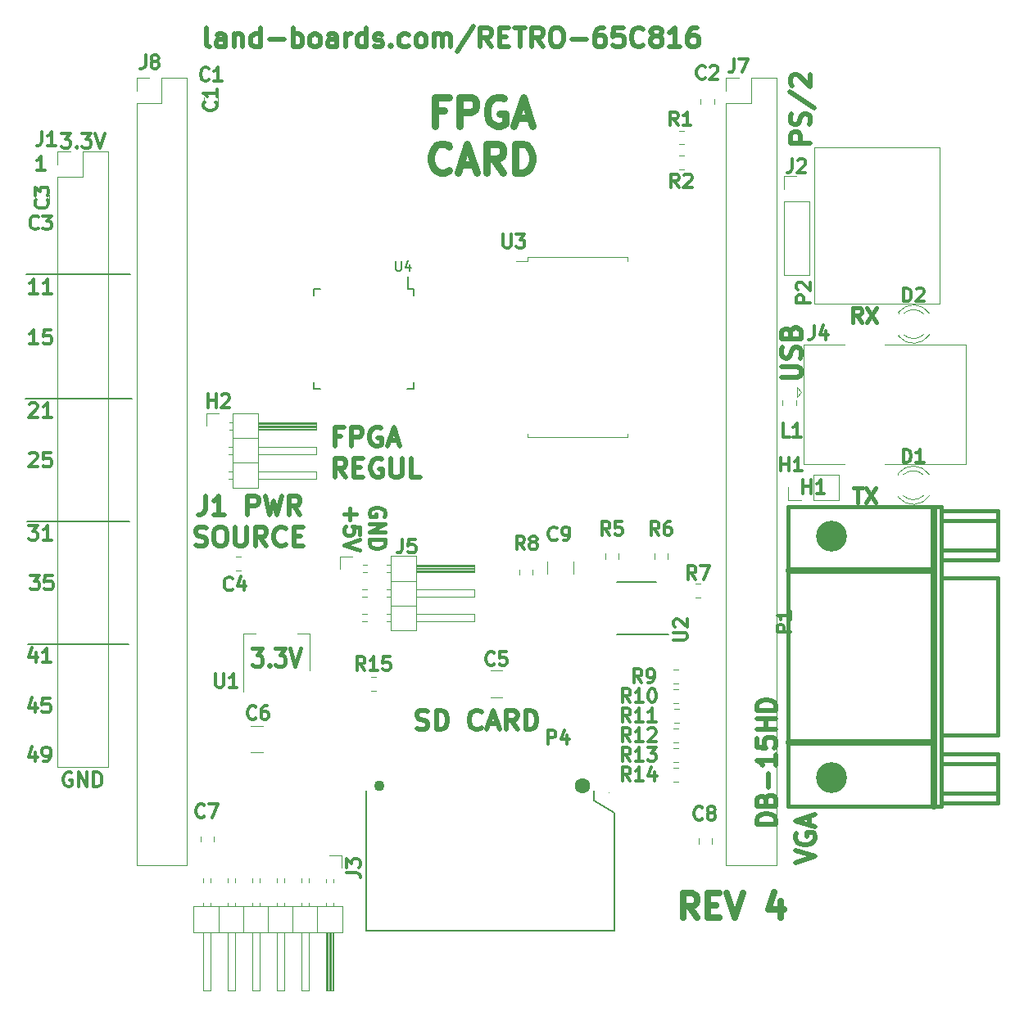
<source format=gto>
G04 #@! TF.GenerationSoftware,KiCad,Pcbnew,(6.0.1)*
G04 #@! TF.CreationDate,2022-05-25T19:13:24-04:00*
G04 #@! TF.ProjectId,RETRO-65C816,52455452-4f2d-4363-9543-3831362e6b69,3*
G04 #@! TF.SameCoordinates,Original*
G04 #@! TF.FileFunction,Legend,Top*
G04 #@! TF.FilePolarity,Positive*
%FSLAX46Y46*%
G04 Gerber Fmt 4.6, Leading zero omitted, Abs format (unit mm)*
G04 Created by KiCad (PCBNEW (6.0.1)) date 2022-05-25 19:13:24*
%MOMM*%
%LPD*%
G01*
G04 APERTURE LIST*
%ADD10C,0.300000*%
%ADD11C,0.400050*%
%ADD12C,0.500000*%
%ADD13C,0.381000*%
%ADD14C,0.200000*%
%ADD15C,0.412750*%
%ADD16C,0.750000*%
%ADD17C,0.635000*%
%ADD18C,0.150000*%
%ADD19C,0.349250*%
%ADD20C,0.476250*%
%ADD21C,0.120000*%
%ADD22C,0.010000*%
%ADD23C,0.650000*%
%ADD24C,1.600000*%
%ADD25C,1.100000*%
%ADD26C,3.200000*%
G04 APERTURE END LIST*
D10*
X11509428Y-86546571D02*
X11509428Y-87546571D01*
X11152285Y-85975142D02*
X10795142Y-87046571D01*
X11723714Y-87046571D01*
X12366571Y-87546571D02*
X12652285Y-87546571D01*
X12795142Y-87475142D01*
X12866571Y-87403714D01*
X13009428Y-87189428D01*
X13080857Y-86903714D01*
X13080857Y-86332285D01*
X13009428Y-86189428D01*
X12938000Y-86118000D01*
X12795142Y-86046571D01*
X12509428Y-86046571D01*
X12366571Y-86118000D01*
X12295142Y-86189428D01*
X12223714Y-86332285D01*
X12223714Y-86689428D01*
X12295142Y-86832285D01*
X12366571Y-86903714D01*
X12509428Y-86975142D01*
X12795142Y-86975142D01*
X12938000Y-86903714D01*
X13009428Y-86832285D01*
X13080857Y-86689428D01*
X11509428Y-81466571D02*
X11509428Y-82466571D01*
X11152285Y-80895142D02*
X10795142Y-81966571D01*
X11723714Y-81966571D01*
X13009428Y-80966571D02*
X12295142Y-80966571D01*
X12223714Y-81680857D01*
X12295142Y-81609428D01*
X12438000Y-81538000D01*
X12795142Y-81538000D01*
X12938000Y-81609428D01*
X13009428Y-81680857D01*
X13080857Y-81823714D01*
X13080857Y-82180857D01*
X13009428Y-82323714D01*
X12938000Y-82395142D01*
X12795142Y-82466571D01*
X12438000Y-82466571D01*
X12295142Y-82395142D01*
X12223714Y-82323714D01*
X10977714Y-68266571D02*
X11906285Y-68266571D01*
X11406285Y-68838000D01*
X11620571Y-68838000D01*
X11763428Y-68909428D01*
X11834857Y-68980857D01*
X11906285Y-69123714D01*
X11906285Y-69480857D01*
X11834857Y-69623714D01*
X11763428Y-69695142D01*
X11620571Y-69766571D01*
X11192000Y-69766571D01*
X11049142Y-69695142D01*
X10977714Y-69623714D01*
X13263428Y-68266571D02*
X12549142Y-68266571D01*
X12477714Y-68980857D01*
X12549142Y-68909428D01*
X12692000Y-68838000D01*
X13049142Y-68838000D01*
X13192000Y-68909428D01*
X13263428Y-68980857D01*
X13334857Y-69123714D01*
X13334857Y-69480857D01*
X13263428Y-69623714D01*
X13192000Y-69695142D01*
X13049142Y-69766571D01*
X12692000Y-69766571D01*
X12549142Y-69695142D01*
X12477714Y-69623714D01*
X10896742Y-55709428D02*
X10968171Y-55638000D01*
X11111028Y-55566571D01*
X11468171Y-55566571D01*
X11611028Y-55638000D01*
X11682457Y-55709428D01*
X11753885Y-55852285D01*
X11753885Y-55995142D01*
X11682457Y-56209428D01*
X10825314Y-57066571D01*
X11753885Y-57066571D01*
X13111028Y-55566571D02*
X12396742Y-55566571D01*
X12325314Y-56280857D01*
X12396742Y-56209428D01*
X12539600Y-56138000D01*
X12896742Y-56138000D01*
X13039600Y-56209428D01*
X13111028Y-56280857D01*
X13182457Y-56423714D01*
X13182457Y-56780857D01*
X13111028Y-56923714D01*
X13039600Y-56995142D01*
X12896742Y-57066571D01*
X12539600Y-57066571D01*
X12396742Y-56995142D01*
X12325314Y-56923714D01*
X11779285Y-44366571D02*
X10922142Y-44366571D01*
X11350714Y-44366571D02*
X11350714Y-42866571D01*
X11207857Y-43080857D01*
X11065000Y-43223714D01*
X10922142Y-43295142D01*
X13136428Y-42866571D02*
X12422142Y-42866571D01*
X12350714Y-43580857D01*
X12422142Y-43509428D01*
X12565000Y-43438000D01*
X12922142Y-43438000D01*
X13065000Y-43509428D01*
X13136428Y-43580857D01*
X13207857Y-43723714D01*
X13207857Y-44080857D01*
X13136428Y-44223714D01*
X13065000Y-44295142D01*
X12922142Y-44366571D01*
X12565000Y-44366571D01*
X12422142Y-44295142D01*
X12350714Y-44223714D01*
D11*
X47554261Y-62153800D02*
X47630461Y-62001400D01*
X47630461Y-61772800D01*
X47554261Y-61544200D01*
X47401861Y-61391800D01*
X47249461Y-61315600D01*
X46944661Y-61239400D01*
X46716061Y-61239400D01*
X46411261Y-61315600D01*
X46258861Y-61391800D01*
X46106461Y-61544200D01*
X46030261Y-61772800D01*
X46030261Y-61925200D01*
X46106461Y-62153800D01*
X46182661Y-62230000D01*
X46716061Y-62230000D01*
X46716061Y-61925200D01*
X46030261Y-62915800D02*
X47630461Y-62915800D01*
X46030261Y-63830200D01*
X47630461Y-63830200D01*
X46030261Y-64592200D02*
X47630461Y-64592200D01*
X47630461Y-64973200D01*
X47554261Y-65201800D01*
X47401861Y-65354200D01*
X47249461Y-65430400D01*
X46944661Y-65506600D01*
X46716061Y-65506600D01*
X46411261Y-65430400D01*
X46258861Y-65354200D01*
X46106461Y-65201800D01*
X46030261Y-64973200D01*
X46030261Y-64592200D01*
X44063539Y-61315600D02*
X44063539Y-62534800D01*
X43453939Y-61925200D02*
X44673139Y-61925200D01*
X45054139Y-64058800D02*
X45054139Y-63296800D01*
X44292139Y-63220600D01*
X44368339Y-63296800D01*
X44444539Y-63449200D01*
X44444539Y-63830200D01*
X44368339Y-63982600D01*
X44292139Y-64058800D01*
X44139739Y-64135000D01*
X43758739Y-64135000D01*
X43606339Y-64058800D01*
X43530139Y-63982600D01*
X43453939Y-63830200D01*
X43453939Y-63449200D01*
X43530139Y-63296800D01*
X43606339Y-63220600D01*
X45054139Y-64592200D02*
X43453939Y-65125600D01*
X45054139Y-65659000D01*
D12*
X43123857Y-53873142D02*
X42457190Y-53873142D01*
X42457190Y-54920761D02*
X42457190Y-52920761D01*
X43409571Y-52920761D01*
X44171476Y-54920761D02*
X44171476Y-52920761D01*
X44933380Y-52920761D01*
X45123857Y-53016000D01*
X45219095Y-53111238D01*
X45314333Y-53301714D01*
X45314333Y-53587428D01*
X45219095Y-53777904D01*
X45123857Y-53873142D01*
X44933380Y-53968380D01*
X44171476Y-53968380D01*
X47219095Y-53016000D02*
X47028619Y-52920761D01*
X46742904Y-52920761D01*
X46457190Y-53016000D01*
X46266714Y-53206476D01*
X46171476Y-53396952D01*
X46076238Y-53777904D01*
X46076238Y-54063619D01*
X46171476Y-54444571D01*
X46266714Y-54635047D01*
X46457190Y-54825523D01*
X46742904Y-54920761D01*
X46933380Y-54920761D01*
X47219095Y-54825523D01*
X47314333Y-54730285D01*
X47314333Y-54063619D01*
X46933380Y-54063619D01*
X48076238Y-54349333D02*
X49028619Y-54349333D01*
X47885761Y-54920761D02*
X48552428Y-52920761D01*
X49219095Y-54920761D01*
X43600047Y-58140761D02*
X42933380Y-57188380D01*
X42457190Y-58140761D02*
X42457190Y-56140761D01*
X43219095Y-56140761D01*
X43409571Y-56236000D01*
X43504809Y-56331238D01*
X43600047Y-56521714D01*
X43600047Y-56807428D01*
X43504809Y-56997904D01*
X43409571Y-57093142D01*
X43219095Y-57188380D01*
X42457190Y-57188380D01*
X44457190Y-57093142D02*
X45123857Y-57093142D01*
X45409571Y-58140761D02*
X44457190Y-58140761D01*
X44457190Y-56140761D01*
X45409571Y-56140761D01*
X47314333Y-56236000D02*
X47123857Y-56140761D01*
X46838142Y-56140761D01*
X46552428Y-56236000D01*
X46361952Y-56426476D01*
X46266714Y-56616952D01*
X46171476Y-56997904D01*
X46171476Y-57283619D01*
X46266714Y-57664571D01*
X46361952Y-57855047D01*
X46552428Y-58045523D01*
X46838142Y-58140761D01*
X47028619Y-58140761D01*
X47314333Y-58045523D01*
X47409571Y-57950285D01*
X47409571Y-57283619D01*
X47028619Y-57283619D01*
X48266714Y-56140761D02*
X48266714Y-57759809D01*
X48361952Y-57950285D01*
X48457190Y-58045523D01*
X48647666Y-58140761D01*
X49028619Y-58140761D01*
X49219095Y-58045523D01*
X49314333Y-57950285D01*
X49409571Y-57759809D01*
X49409571Y-56140761D01*
X51314333Y-58140761D02*
X50361952Y-58140761D01*
X50361952Y-56140761D01*
D13*
X96901000Y-42091428D02*
X96393000Y-41365714D01*
X96030142Y-42091428D02*
X96030142Y-40567428D01*
X96610714Y-40567428D01*
X96755857Y-40640000D01*
X96828428Y-40712571D01*
X96901000Y-40857714D01*
X96901000Y-41075428D01*
X96828428Y-41220571D01*
X96755857Y-41293142D01*
X96610714Y-41365714D01*
X96030142Y-41365714D01*
X97409000Y-40567428D02*
X98425000Y-42091428D01*
X98425000Y-40567428D02*
X97409000Y-42091428D01*
X96120857Y-59211028D02*
X96991714Y-59211028D01*
X96556285Y-60735028D02*
X96556285Y-59211028D01*
X97354571Y-59211028D02*
X98370571Y-60735028D01*
X98370571Y-59211028D02*
X97354571Y-60735028D01*
D12*
X29083571Y-60032761D02*
X29083571Y-61461333D01*
X28988333Y-61747047D01*
X28797857Y-61937523D01*
X28512142Y-62032761D01*
X28321666Y-62032761D01*
X31083571Y-62032761D02*
X29940714Y-62032761D01*
X30512142Y-62032761D02*
X30512142Y-60032761D01*
X30321666Y-60318476D01*
X30131190Y-60508952D01*
X29940714Y-60604190D01*
X33464523Y-62032761D02*
X33464523Y-60032761D01*
X34226428Y-60032761D01*
X34416904Y-60128000D01*
X34512142Y-60223238D01*
X34607380Y-60413714D01*
X34607380Y-60699428D01*
X34512142Y-60889904D01*
X34416904Y-60985142D01*
X34226428Y-61080380D01*
X33464523Y-61080380D01*
X35274047Y-60032761D02*
X35750238Y-62032761D01*
X36131190Y-60604190D01*
X36512142Y-62032761D01*
X36988333Y-60032761D01*
X38893095Y-62032761D02*
X38226428Y-61080380D01*
X37750238Y-62032761D02*
X37750238Y-60032761D01*
X38512142Y-60032761D01*
X38702619Y-60128000D01*
X38797857Y-60223238D01*
X38893095Y-60413714D01*
X38893095Y-60699428D01*
X38797857Y-60889904D01*
X38702619Y-60985142D01*
X38512142Y-61080380D01*
X37750238Y-61080380D01*
X28083571Y-65157523D02*
X28369285Y-65252761D01*
X28845476Y-65252761D01*
X29035952Y-65157523D01*
X29131190Y-65062285D01*
X29226428Y-64871809D01*
X29226428Y-64681333D01*
X29131190Y-64490857D01*
X29035952Y-64395619D01*
X28845476Y-64300380D01*
X28464523Y-64205142D01*
X28274047Y-64109904D01*
X28178809Y-64014666D01*
X28083571Y-63824190D01*
X28083571Y-63633714D01*
X28178809Y-63443238D01*
X28274047Y-63348000D01*
X28464523Y-63252761D01*
X28940714Y-63252761D01*
X29226428Y-63348000D01*
X30464523Y-63252761D02*
X30845476Y-63252761D01*
X31035952Y-63348000D01*
X31226428Y-63538476D01*
X31321666Y-63919428D01*
X31321666Y-64586095D01*
X31226428Y-64967047D01*
X31035952Y-65157523D01*
X30845476Y-65252761D01*
X30464523Y-65252761D01*
X30274047Y-65157523D01*
X30083571Y-64967047D01*
X29988333Y-64586095D01*
X29988333Y-63919428D01*
X30083571Y-63538476D01*
X30274047Y-63348000D01*
X30464523Y-63252761D01*
X32178809Y-63252761D02*
X32178809Y-64871809D01*
X32274047Y-65062285D01*
X32369285Y-65157523D01*
X32559761Y-65252761D01*
X32940714Y-65252761D01*
X33131190Y-65157523D01*
X33226428Y-65062285D01*
X33321666Y-64871809D01*
X33321666Y-63252761D01*
X35416904Y-65252761D02*
X34750238Y-64300380D01*
X34274047Y-65252761D02*
X34274047Y-63252761D01*
X35035952Y-63252761D01*
X35226428Y-63348000D01*
X35321666Y-63443238D01*
X35416904Y-63633714D01*
X35416904Y-63919428D01*
X35321666Y-64109904D01*
X35226428Y-64205142D01*
X35035952Y-64300380D01*
X34274047Y-64300380D01*
X37416904Y-65062285D02*
X37321666Y-65157523D01*
X37035952Y-65252761D01*
X36845476Y-65252761D01*
X36559761Y-65157523D01*
X36369285Y-64967047D01*
X36274047Y-64776571D01*
X36178809Y-64395619D01*
X36178809Y-64109904D01*
X36274047Y-63728952D01*
X36369285Y-63538476D01*
X36559761Y-63348000D01*
X36845476Y-63252761D01*
X37035952Y-63252761D01*
X37321666Y-63348000D01*
X37416904Y-63443238D01*
X38274047Y-64205142D02*
X38940714Y-64205142D01*
X39226428Y-65252761D02*
X38274047Y-65252761D01*
X38274047Y-63252761D01*
X39226428Y-63252761D01*
X90090761Y-98027809D02*
X92090761Y-97361142D01*
X90090761Y-96694476D01*
X90186000Y-94980190D02*
X90090761Y-95170666D01*
X90090761Y-95456380D01*
X90186000Y-95742095D01*
X90376476Y-95932571D01*
X90566952Y-96027809D01*
X90947904Y-96123047D01*
X91233619Y-96123047D01*
X91614571Y-96027809D01*
X91805047Y-95932571D01*
X91995523Y-95742095D01*
X92090761Y-95456380D01*
X92090761Y-95265904D01*
X91995523Y-94980190D01*
X91900285Y-94884952D01*
X91233619Y-94884952D01*
X91233619Y-95265904D01*
X91519333Y-94123047D02*
X91519333Y-93170666D01*
X92090761Y-94313523D02*
X90090761Y-93646857D01*
X92090761Y-92980190D01*
X50959523Y-84121523D02*
X51245238Y-84216761D01*
X51721428Y-84216761D01*
X51911904Y-84121523D01*
X52007142Y-84026285D01*
X52102380Y-83835809D01*
X52102380Y-83645333D01*
X52007142Y-83454857D01*
X51911904Y-83359619D01*
X51721428Y-83264380D01*
X51340476Y-83169142D01*
X51150000Y-83073904D01*
X51054761Y-82978666D01*
X50959523Y-82788190D01*
X50959523Y-82597714D01*
X51054761Y-82407238D01*
X51150000Y-82312000D01*
X51340476Y-82216761D01*
X51816666Y-82216761D01*
X52102380Y-82312000D01*
X52959523Y-84216761D02*
X52959523Y-82216761D01*
X53435714Y-82216761D01*
X53721428Y-82312000D01*
X53911904Y-82502476D01*
X54007142Y-82692952D01*
X54102380Y-83073904D01*
X54102380Y-83359619D01*
X54007142Y-83740571D01*
X53911904Y-83931047D01*
X53721428Y-84121523D01*
X53435714Y-84216761D01*
X52959523Y-84216761D01*
X57626190Y-84026285D02*
X57530952Y-84121523D01*
X57245238Y-84216761D01*
X57054761Y-84216761D01*
X56769047Y-84121523D01*
X56578571Y-83931047D01*
X56483333Y-83740571D01*
X56388095Y-83359619D01*
X56388095Y-83073904D01*
X56483333Y-82692952D01*
X56578571Y-82502476D01*
X56769047Y-82312000D01*
X57054761Y-82216761D01*
X57245238Y-82216761D01*
X57530952Y-82312000D01*
X57626190Y-82407238D01*
X58388095Y-83645333D02*
X59340476Y-83645333D01*
X58197619Y-84216761D02*
X58864285Y-82216761D01*
X59530952Y-84216761D01*
X61340476Y-84216761D02*
X60673809Y-83264380D01*
X60197619Y-84216761D02*
X60197619Y-82216761D01*
X60959523Y-82216761D01*
X61150000Y-82312000D01*
X61245238Y-82407238D01*
X61340476Y-82597714D01*
X61340476Y-82883428D01*
X61245238Y-83073904D01*
X61150000Y-83169142D01*
X60959523Y-83264380D01*
X60197619Y-83264380D01*
X62197619Y-84216761D02*
X62197619Y-82216761D01*
X62673809Y-82216761D01*
X62959523Y-82312000D01*
X63150000Y-82502476D01*
X63245238Y-82692952D01*
X63340476Y-83073904D01*
X63340476Y-83359619D01*
X63245238Y-83740571D01*
X63150000Y-83931047D01*
X62959523Y-84121523D01*
X62673809Y-84216761D01*
X62197619Y-84216761D01*
D10*
X14219514Y-22571971D02*
X15148085Y-22571971D01*
X14648085Y-23143400D01*
X14862371Y-23143400D01*
X15005228Y-23214828D01*
X15076657Y-23286257D01*
X15148085Y-23429114D01*
X15148085Y-23786257D01*
X15076657Y-23929114D01*
X15005228Y-24000542D01*
X14862371Y-24071971D01*
X14433800Y-24071971D01*
X14290942Y-24000542D01*
X14219514Y-23929114D01*
X15790942Y-23929114D02*
X15862371Y-24000542D01*
X15790942Y-24071971D01*
X15719514Y-24000542D01*
X15790942Y-23929114D01*
X15790942Y-24071971D01*
X16362371Y-22571971D02*
X17290942Y-22571971D01*
X16790942Y-23143400D01*
X17005228Y-23143400D01*
X17148085Y-23214828D01*
X17219514Y-23286257D01*
X17290942Y-23429114D01*
X17290942Y-23786257D01*
X17219514Y-23929114D01*
X17148085Y-24000542D01*
X17005228Y-24071971D01*
X16576657Y-24071971D01*
X16433800Y-24000542D01*
X16362371Y-23929114D01*
X17719514Y-22571971D02*
X18219514Y-24071971D01*
X18719514Y-22571971D01*
X15265542Y-88708800D02*
X15122685Y-88637371D01*
X14908400Y-88637371D01*
X14694114Y-88708800D01*
X14551257Y-88851657D01*
X14479828Y-88994514D01*
X14408400Y-89280228D01*
X14408400Y-89494514D01*
X14479828Y-89780228D01*
X14551257Y-89923085D01*
X14694114Y-90065942D01*
X14908400Y-90137371D01*
X15051257Y-90137371D01*
X15265542Y-90065942D01*
X15336971Y-89994514D01*
X15336971Y-89494514D01*
X15051257Y-89494514D01*
X15979828Y-90137371D02*
X15979828Y-88637371D01*
X16836971Y-90137371D01*
X16836971Y-88637371D01*
X17551257Y-90137371D02*
X17551257Y-88637371D01*
X17908400Y-88637371D01*
X18122685Y-88708800D01*
X18265542Y-88851657D01*
X18336971Y-88994514D01*
X18408400Y-89280228D01*
X18408400Y-89494514D01*
X18336971Y-89780228D01*
X18265542Y-89923085D01*
X18122685Y-90065942D01*
X17908400Y-90137371D01*
X17551257Y-90137371D01*
X11560228Y-76284971D02*
X11560228Y-77284971D01*
X11203085Y-75713542D02*
X10845942Y-76784971D01*
X11774514Y-76784971D01*
X13131657Y-77284971D02*
X12274514Y-77284971D01*
X12703085Y-77284971D02*
X12703085Y-75784971D01*
X12560228Y-75999257D01*
X12417371Y-76142114D01*
X12274514Y-76213542D01*
X10850714Y-63135771D02*
X11779285Y-63135771D01*
X11279285Y-63707200D01*
X11493571Y-63707200D01*
X11636428Y-63778628D01*
X11707857Y-63850057D01*
X11779285Y-63992914D01*
X11779285Y-64350057D01*
X11707857Y-64492914D01*
X11636428Y-64564342D01*
X11493571Y-64635771D01*
X11065000Y-64635771D01*
X10922142Y-64564342D01*
X10850714Y-64492914D01*
X13207857Y-64635771D02*
X12350714Y-64635771D01*
X12779285Y-64635771D02*
X12779285Y-63135771D01*
X12636428Y-63350057D01*
X12493571Y-63492914D01*
X12350714Y-63564342D01*
X10896742Y-50553228D02*
X10968171Y-50481800D01*
X11111028Y-50410371D01*
X11468171Y-50410371D01*
X11611028Y-50481800D01*
X11682457Y-50553228D01*
X11753885Y-50696085D01*
X11753885Y-50838942D01*
X11682457Y-51053228D01*
X10825314Y-51910371D01*
X11753885Y-51910371D01*
X13182457Y-51910371D02*
X12325314Y-51910371D01*
X12753885Y-51910371D02*
X12753885Y-50410371D01*
X12611028Y-50624657D01*
X12468171Y-50767514D01*
X12325314Y-50838942D01*
X11779285Y-39159571D02*
X10922142Y-39159571D01*
X11350714Y-39159571D02*
X11350714Y-37659571D01*
X11207857Y-37873857D01*
X11065000Y-38016714D01*
X10922142Y-38088142D01*
X13207857Y-39159571D02*
X12350714Y-39159571D01*
X12779285Y-39159571D02*
X12779285Y-37659571D01*
X12636428Y-37873857D01*
X12493571Y-38016714D01*
X12350714Y-38088142D01*
X12544371Y-26408771D02*
X11687228Y-26408771D01*
X12115800Y-26408771D02*
X12115800Y-24908771D01*
X11972942Y-25123057D01*
X11830085Y-25265914D01*
X11687228Y-25337342D01*
D14*
X21158200Y-75361800D02*
X10718800Y-75387200D01*
X21234400Y-62687200D02*
X10668000Y-62661800D01*
X21513800Y-49961800D02*
X10490200Y-49961800D01*
X21336000Y-37134800D02*
X10541000Y-37134800D01*
D12*
X88642961Y-47812009D02*
X90262009Y-47812009D01*
X90452485Y-47716771D01*
X90547723Y-47621533D01*
X90642961Y-47431057D01*
X90642961Y-47050104D01*
X90547723Y-46859628D01*
X90452485Y-46764390D01*
X90262009Y-46669152D01*
X88642961Y-46669152D01*
X90547723Y-45812009D02*
X90642961Y-45526295D01*
X90642961Y-45050104D01*
X90547723Y-44859628D01*
X90452485Y-44764390D01*
X90262009Y-44669152D01*
X90071533Y-44669152D01*
X89881057Y-44764390D01*
X89785819Y-44859628D01*
X89690580Y-45050104D01*
X89595342Y-45431057D01*
X89500104Y-45621533D01*
X89404866Y-45716771D01*
X89214390Y-45812009D01*
X89023914Y-45812009D01*
X88833438Y-45716771D01*
X88738200Y-45621533D01*
X88642961Y-45431057D01*
X88642961Y-44954866D01*
X88738200Y-44669152D01*
X89595342Y-43145342D02*
X89690580Y-42859628D01*
X89785819Y-42764390D01*
X89976295Y-42669152D01*
X90262009Y-42669152D01*
X90452485Y-42764390D01*
X90547723Y-42859628D01*
X90642961Y-43050104D01*
X90642961Y-43812009D01*
X88642961Y-43812009D01*
X88642961Y-43145342D01*
X88738200Y-42954866D01*
X88833438Y-42859628D01*
X89023914Y-42764390D01*
X89214390Y-42764390D01*
X89404866Y-42859628D01*
X89500104Y-42954866D01*
X89595342Y-43145342D01*
X89595342Y-43812009D01*
D15*
X33961009Y-75791785D02*
X34983057Y-75791785D01*
X34432723Y-76517500D01*
X34668580Y-76517500D01*
X34825819Y-76608214D01*
X34904438Y-76698928D01*
X34983057Y-76880357D01*
X34983057Y-77333928D01*
X34904438Y-77515357D01*
X34825819Y-77606071D01*
X34668580Y-77696785D01*
X34196866Y-77696785D01*
X34039628Y-77606071D01*
X33961009Y-77515357D01*
X35690628Y-77515357D02*
X35769247Y-77606071D01*
X35690628Y-77696785D01*
X35612009Y-77606071D01*
X35690628Y-77515357D01*
X35690628Y-77696785D01*
X36319580Y-75791785D02*
X37341628Y-75791785D01*
X36791295Y-76517500D01*
X37027152Y-76517500D01*
X37184390Y-76608214D01*
X37263009Y-76698928D01*
X37341628Y-76880357D01*
X37341628Y-77333928D01*
X37263009Y-77515357D01*
X37184390Y-77606071D01*
X37027152Y-77696785D01*
X36555438Y-77696785D01*
X36398200Y-77606071D01*
X36319580Y-77515357D01*
X37813342Y-75791785D02*
X38363676Y-77696785D01*
X38914009Y-75791785D01*
D12*
X91582761Y-23542190D02*
X89582761Y-23542190D01*
X89582761Y-22780285D01*
X89678000Y-22589809D01*
X89773238Y-22494571D01*
X89963714Y-22399333D01*
X90249428Y-22399333D01*
X90439904Y-22494571D01*
X90535142Y-22589809D01*
X90630380Y-22780285D01*
X90630380Y-23542190D01*
X91487523Y-21637428D02*
X91582761Y-21351714D01*
X91582761Y-20875523D01*
X91487523Y-20685047D01*
X91392285Y-20589809D01*
X91201809Y-20494571D01*
X91011333Y-20494571D01*
X90820857Y-20589809D01*
X90725619Y-20685047D01*
X90630380Y-20875523D01*
X90535142Y-21256476D01*
X90439904Y-21446952D01*
X90344666Y-21542190D01*
X90154190Y-21637428D01*
X89963714Y-21637428D01*
X89773238Y-21542190D01*
X89678000Y-21446952D01*
X89582761Y-21256476D01*
X89582761Y-20780285D01*
X89678000Y-20494571D01*
X89487523Y-18208857D02*
X92058952Y-19923142D01*
X89773238Y-17637428D02*
X89678000Y-17542190D01*
X89582761Y-17351714D01*
X89582761Y-16875523D01*
X89678000Y-16685047D01*
X89773238Y-16589809D01*
X89963714Y-16494571D01*
X90154190Y-16494571D01*
X90439904Y-16589809D01*
X91582761Y-17732666D01*
X91582761Y-16494571D01*
D16*
X53800857Y-20230714D02*
X52800857Y-20230714D01*
X52800857Y-21802142D02*
X52800857Y-18802142D01*
X54229428Y-18802142D01*
X55372285Y-21802142D02*
X55372285Y-18802142D01*
X56515142Y-18802142D01*
X56800857Y-18945000D01*
X56943714Y-19087857D01*
X57086571Y-19373571D01*
X57086571Y-19802142D01*
X56943714Y-20087857D01*
X56800857Y-20230714D01*
X56515142Y-20373571D01*
X55372285Y-20373571D01*
X59943714Y-18945000D02*
X59658000Y-18802142D01*
X59229428Y-18802142D01*
X58800857Y-18945000D01*
X58515142Y-19230714D01*
X58372285Y-19516428D01*
X58229428Y-20087857D01*
X58229428Y-20516428D01*
X58372285Y-21087857D01*
X58515142Y-21373571D01*
X58800857Y-21659285D01*
X59229428Y-21802142D01*
X59515142Y-21802142D01*
X59943714Y-21659285D01*
X60086571Y-21516428D01*
X60086571Y-20516428D01*
X59515142Y-20516428D01*
X61229428Y-20945000D02*
X62658000Y-20945000D01*
X60943714Y-21802142D02*
X61943714Y-18802142D01*
X62943714Y-21802142D01*
X54300857Y-26346428D02*
X54158000Y-26489285D01*
X53729428Y-26632142D01*
X53443714Y-26632142D01*
X53015142Y-26489285D01*
X52729428Y-26203571D01*
X52586571Y-25917857D01*
X52443714Y-25346428D01*
X52443714Y-24917857D01*
X52586571Y-24346428D01*
X52729428Y-24060714D01*
X53015142Y-23775000D01*
X53443714Y-23632142D01*
X53729428Y-23632142D01*
X54158000Y-23775000D01*
X54300857Y-23917857D01*
X55443714Y-25775000D02*
X56872285Y-25775000D01*
X55158000Y-26632142D02*
X56158000Y-23632142D01*
X57158000Y-26632142D01*
X59872285Y-26632142D02*
X58872285Y-25203571D01*
X58158000Y-26632142D02*
X58158000Y-23632142D01*
X59300857Y-23632142D01*
X59586571Y-23775000D01*
X59729428Y-23917857D01*
X59872285Y-24203571D01*
X59872285Y-24632142D01*
X59729428Y-24917857D01*
X59586571Y-25060714D01*
X59300857Y-25203571D01*
X58158000Y-25203571D01*
X61158000Y-26632142D02*
X61158000Y-23632142D01*
X61872285Y-23632142D01*
X62300857Y-23775000D01*
X62586571Y-24060714D01*
X62729428Y-24346428D01*
X62872285Y-24917857D01*
X62872285Y-25346428D01*
X62729428Y-25917857D01*
X62586571Y-26203571D01*
X62300857Y-26489285D01*
X61872285Y-26632142D01*
X61158000Y-26632142D01*
D17*
X79937428Y-103714247D02*
X79090761Y-102504723D01*
X78486000Y-103714247D02*
X78486000Y-101174247D01*
X79453619Y-101174247D01*
X79695523Y-101295200D01*
X79816476Y-101416152D01*
X79937428Y-101658057D01*
X79937428Y-102020914D01*
X79816476Y-102262819D01*
X79695523Y-102383771D01*
X79453619Y-102504723D01*
X78486000Y-102504723D01*
X81026000Y-102383771D02*
X81872666Y-102383771D01*
X82235523Y-103714247D02*
X81026000Y-103714247D01*
X81026000Y-101174247D01*
X82235523Y-101174247D01*
X82961238Y-101174247D02*
X83807904Y-103714247D01*
X84654571Y-101174247D01*
X88525047Y-102020914D02*
X88525047Y-103714247D01*
X87920285Y-101053295D02*
X87315523Y-102867580D01*
X88887904Y-102867580D01*
D12*
X29514761Y-13604761D02*
X29324285Y-13509523D01*
X29229047Y-13319047D01*
X29229047Y-11604761D01*
X31133809Y-13604761D02*
X31133809Y-12557142D01*
X31038571Y-12366666D01*
X30848095Y-12271428D01*
X30467142Y-12271428D01*
X30276666Y-12366666D01*
X31133809Y-13509523D02*
X30943333Y-13604761D01*
X30467142Y-13604761D01*
X30276666Y-13509523D01*
X30181428Y-13319047D01*
X30181428Y-13128571D01*
X30276666Y-12938095D01*
X30467142Y-12842857D01*
X30943333Y-12842857D01*
X31133809Y-12747619D01*
X32086190Y-12271428D02*
X32086190Y-13604761D01*
X32086190Y-12461904D02*
X32181428Y-12366666D01*
X32371904Y-12271428D01*
X32657619Y-12271428D01*
X32848095Y-12366666D01*
X32943333Y-12557142D01*
X32943333Y-13604761D01*
X34752857Y-13604761D02*
X34752857Y-11604761D01*
X34752857Y-13509523D02*
X34562380Y-13604761D01*
X34181428Y-13604761D01*
X33990952Y-13509523D01*
X33895714Y-13414285D01*
X33800476Y-13223809D01*
X33800476Y-12652380D01*
X33895714Y-12461904D01*
X33990952Y-12366666D01*
X34181428Y-12271428D01*
X34562380Y-12271428D01*
X34752857Y-12366666D01*
X35705238Y-12842857D02*
X37229047Y-12842857D01*
X38181428Y-13604761D02*
X38181428Y-11604761D01*
X38181428Y-12366666D02*
X38371904Y-12271428D01*
X38752857Y-12271428D01*
X38943333Y-12366666D01*
X39038571Y-12461904D01*
X39133809Y-12652380D01*
X39133809Y-13223809D01*
X39038571Y-13414285D01*
X38943333Y-13509523D01*
X38752857Y-13604761D01*
X38371904Y-13604761D01*
X38181428Y-13509523D01*
X40276666Y-13604761D02*
X40086190Y-13509523D01*
X39990952Y-13414285D01*
X39895714Y-13223809D01*
X39895714Y-12652380D01*
X39990952Y-12461904D01*
X40086190Y-12366666D01*
X40276666Y-12271428D01*
X40562380Y-12271428D01*
X40752857Y-12366666D01*
X40848095Y-12461904D01*
X40943333Y-12652380D01*
X40943333Y-13223809D01*
X40848095Y-13414285D01*
X40752857Y-13509523D01*
X40562380Y-13604761D01*
X40276666Y-13604761D01*
X42657619Y-13604761D02*
X42657619Y-12557142D01*
X42562380Y-12366666D01*
X42371904Y-12271428D01*
X41990952Y-12271428D01*
X41800476Y-12366666D01*
X42657619Y-13509523D02*
X42467142Y-13604761D01*
X41990952Y-13604761D01*
X41800476Y-13509523D01*
X41705238Y-13319047D01*
X41705238Y-13128571D01*
X41800476Y-12938095D01*
X41990952Y-12842857D01*
X42467142Y-12842857D01*
X42657619Y-12747619D01*
X43609999Y-13604761D02*
X43609999Y-12271428D01*
X43609999Y-12652380D02*
X43705238Y-12461904D01*
X43800476Y-12366666D01*
X43990952Y-12271428D01*
X44181428Y-12271428D01*
X45705238Y-13604761D02*
X45705238Y-11604761D01*
X45705238Y-13509523D02*
X45514761Y-13604761D01*
X45133809Y-13604761D01*
X44943333Y-13509523D01*
X44848095Y-13414285D01*
X44752857Y-13223809D01*
X44752857Y-12652380D01*
X44848095Y-12461904D01*
X44943333Y-12366666D01*
X45133809Y-12271428D01*
X45514761Y-12271428D01*
X45705238Y-12366666D01*
X46562380Y-13509523D02*
X46752857Y-13604761D01*
X47133809Y-13604761D01*
X47324285Y-13509523D01*
X47419523Y-13319047D01*
X47419523Y-13223809D01*
X47324285Y-13033333D01*
X47133809Y-12938095D01*
X46848095Y-12938095D01*
X46657619Y-12842857D01*
X46562380Y-12652380D01*
X46562380Y-12557142D01*
X46657619Y-12366666D01*
X46848095Y-12271428D01*
X47133809Y-12271428D01*
X47324285Y-12366666D01*
X48276666Y-13414285D02*
X48371904Y-13509523D01*
X48276666Y-13604761D01*
X48181428Y-13509523D01*
X48276666Y-13414285D01*
X48276666Y-13604761D01*
X50086190Y-13509523D02*
X49895714Y-13604761D01*
X49514761Y-13604761D01*
X49324285Y-13509523D01*
X49229047Y-13414285D01*
X49133809Y-13223809D01*
X49133809Y-12652380D01*
X49229047Y-12461904D01*
X49324285Y-12366666D01*
X49514761Y-12271428D01*
X49895714Y-12271428D01*
X50086190Y-12366666D01*
X51229047Y-13604761D02*
X51038571Y-13509523D01*
X50943333Y-13414285D01*
X50848095Y-13223809D01*
X50848095Y-12652380D01*
X50943333Y-12461904D01*
X51038571Y-12366666D01*
X51229047Y-12271428D01*
X51514761Y-12271428D01*
X51705238Y-12366666D01*
X51800476Y-12461904D01*
X51895714Y-12652380D01*
X51895714Y-13223809D01*
X51800476Y-13414285D01*
X51705238Y-13509523D01*
X51514761Y-13604761D01*
X51229047Y-13604761D01*
X52752857Y-13604761D02*
X52752857Y-12271428D01*
X52752857Y-12461904D02*
X52848095Y-12366666D01*
X53038571Y-12271428D01*
X53324285Y-12271428D01*
X53514761Y-12366666D01*
X53609999Y-12557142D01*
X53609999Y-13604761D01*
X53609999Y-12557142D02*
X53705238Y-12366666D01*
X53895714Y-12271428D01*
X54181428Y-12271428D01*
X54371904Y-12366666D01*
X54467142Y-12557142D01*
X54467142Y-13604761D01*
X56848095Y-11509523D02*
X55133809Y-14080952D01*
X58657619Y-13604761D02*
X57990952Y-12652380D01*
X57514761Y-13604761D02*
X57514761Y-11604761D01*
X58276666Y-11604761D01*
X58467142Y-11700000D01*
X58562380Y-11795238D01*
X58657619Y-11985714D01*
X58657619Y-12271428D01*
X58562380Y-12461904D01*
X58467142Y-12557142D01*
X58276666Y-12652380D01*
X57514761Y-12652380D01*
X59514761Y-12557142D02*
X60181428Y-12557142D01*
X60467142Y-13604761D02*
X59514761Y-13604761D01*
X59514761Y-11604761D01*
X60467142Y-11604761D01*
X61038571Y-11604761D02*
X62181428Y-11604761D01*
X61609999Y-13604761D02*
X61609999Y-11604761D01*
X63990952Y-13604761D02*
X63324285Y-12652380D01*
X62848095Y-13604761D02*
X62848095Y-11604761D01*
X63610000Y-11604761D01*
X63800476Y-11700000D01*
X63895714Y-11795238D01*
X63990952Y-11985714D01*
X63990952Y-12271428D01*
X63895714Y-12461904D01*
X63800476Y-12557142D01*
X63610000Y-12652380D01*
X62848095Y-12652380D01*
X65229047Y-11604761D02*
X65610000Y-11604761D01*
X65800476Y-11700000D01*
X65990952Y-11890476D01*
X66086190Y-12271428D01*
X66086190Y-12938095D01*
X65990952Y-13319047D01*
X65800476Y-13509523D01*
X65610000Y-13604761D01*
X65229047Y-13604761D01*
X65038571Y-13509523D01*
X64848095Y-13319047D01*
X64752857Y-12938095D01*
X64752857Y-12271428D01*
X64848095Y-11890476D01*
X65038571Y-11700000D01*
X65229047Y-11604761D01*
X66943333Y-12842857D02*
X68467142Y-12842857D01*
X70276666Y-11604761D02*
X69895714Y-11604761D01*
X69705238Y-11700000D01*
X69610000Y-11795238D01*
X69419523Y-12080952D01*
X69324285Y-12461904D01*
X69324285Y-13223809D01*
X69419523Y-13414285D01*
X69514761Y-13509523D01*
X69705238Y-13604761D01*
X70086190Y-13604761D01*
X70276666Y-13509523D01*
X70371904Y-13414285D01*
X70467142Y-13223809D01*
X70467142Y-12747619D01*
X70371904Y-12557142D01*
X70276666Y-12461904D01*
X70086190Y-12366666D01*
X69705238Y-12366666D01*
X69514761Y-12461904D01*
X69419523Y-12557142D01*
X69324285Y-12747619D01*
X72276666Y-11604761D02*
X71324285Y-11604761D01*
X71229047Y-12557142D01*
X71324285Y-12461904D01*
X71514761Y-12366666D01*
X71990952Y-12366666D01*
X72181428Y-12461904D01*
X72276666Y-12557142D01*
X72371904Y-12747619D01*
X72371904Y-13223809D01*
X72276666Y-13414285D01*
X72181428Y-13509523D01*
X71990952Y-13604761D01*
X71514761Y-13604761D01*
X71324285Y-13509523D01*
X71229047Y-13414285D01*
X74371904Y-13414285D02*
X74276666Y-13509523D01*
X73990952Y-13604761D01*
X73800476Y-13604761D01*
X73514761Y-13509523D01*
X73324285Y-13319047D01*
X73229047Y-13128571D01*
X73133809Y-12747619D01*
X73133809Y-12461904D01*
X73229047Y-12080952D01*
X73324285Y-11890476D01*
X73514761Y-11700000D01*
X73800476Y-11604761D01*
X73990952Y-11604761D01*
X74276666Y-11700000D01*
X74371904Y-11795238D01*
X75514761Y-12461904D02*
X75324285Y-12366666D01*
X75229047Y-12271428D01*
X75133809Y-12080952D01*
X75133809Y-11985714D01*
X75229047Y-11795238D01*
X75324285Y-11700000D01*
X75514761Y-11604761D01*
X75895714Y-11604761D01*
X76086190Y-11700000D01*
X76181428Y-11795238D01*
X76276666Y-11985714D01*
X76276666Y-12080952D01*
X76181428Y-12271428D01*
X76086190Y-12366666D01*
X75895714Y-12461904D01*
X75514761Y-12461904D01*
X75324285Y-12557142D01*
X75229047Y-12652380D01*
X75133809Y-12842857D01*
X75133809Y-13223809D01*
X75229047Y-13414285D01*
X75324285Y-13509523D01*
X75514761Y-13604761D01*
X75895714Y-13604761D01*
X76086190Y-13509523D01*
X76181428Y-13414285D01*
X76276666Y-13223809D01*
X76276666Y-12842857D01*
X76181428Y-12652380D01*
X76086190Y-12557142D01*
X75895714Y-12461904D01*
X78181428Y-13604761D02*
X77038571Y-13604761D01*
X77610000Y-13604761D02*
X77610000Y-11604761D01*
X77419523Y-11890476D01*
X77229047Y-12080952D01*
X77038571Y-12176190D01*
X79895714Y-11604761D02*
X79514761Y-11604761D01*
X79324285Y-11700000D01*
X79229047Y-11795238D01*
X79038571Y-12080952D01*
X78943333Y-12461904D01*
X78943333Y-13223809D01*
X79038571Y-13414285D01*
X79133809Y-13509523D01*
X79324285Y-13604761D01*
X79705238Y-13604761D01*
X79895714Y-13509523D01*
X79990952Y-13414285D01*
X80086190Y-13223809D01*
X80086190Y-12747619D01*
X79990952Y-12557142D01*
X79895714Y-12461904D01*
X79705238Y-12366666D01*
X79324285Y-12366666D01*
X79133809Y-12461904D01*
X79038571Y-12557142D01*
X78943333Y-12747619D01*
D18*
X48768095Y-35774380D02*
X48768095Y-36583904D01*
X48815714Y-36679142D01*
X48863333Y-36726761D01*
X48958571Y-36774380D01*
X49149047Y-36774380D01*
X49244285Y-36726761D01*
X49291904Y-36679142D01*
X49339523Y-36583904D01*
X49339523Y-35774380D01*
X50244285Y-36107714D02*
X50244285Y-36774380D01*
X50006190Y-35726761D02*
X49768095Y-36441047D01*
X50387142Y-36441047D01*
D19*
X91990333Y-42465776D02*
X91990333Y-43463633D01*
X91923809Y-43663204D01*
X91790761Y-43796252D01*
X91591190Y-43862776D01*
X91458142Y-43862776D01*
X93254285Y-42931442D02*
X93254285Y-43862776D01*
X92921666Y-42399252D02*
X92589047Y-43397109D01*
X93453857Y-43397109D01*
X62073366Y-65617876D02*
X61607700Y-64952638D01*
X61275080Y-65617876D02*
X61275080Y-64220876D01*
X61807271Y-64220876D01*
X61940319Y-64287400D01*
X62006842Y-64353923D01*
X62073366Y-64486971D01*
X62073366Y-64686542D01*
X62006842Y-64819590D01*
X61940319Y-64886114D01*
X61807271Y-64952638D01*
X61275080Y-64952638D01*
X62871652Y-64819590D02*
X62738604Y-64753066D01*
X62672080Y-64686542D01*
X62605557Y-64553495D01*
X62605557Y-64486971D01*
X62672080Y-64353923D01*
X62738604Y-64287400D01*
X62871652Y-64220876D01*
X63137747Y-64220876D01*
X63270795Y-64287400D01*
X63337319Y-64353923D01*
X63403842Y-64486971D01*
X63403842Y-64553495D01*
X63337319Y-64686542D01*
X63270795Y-64753066D01*
X63137747Y-64819590D01*
X62871652Y-64819590D01*
X62738604Y-64886114D01*
X62672080Y-64952638D01*
X62605557Y-65085685D01*
X62605557Y-65351780D01*
X62672080Y-65484828D01*
X62738604Y-65551352D01*
X62871652Y-65617876D01*
X63137747Y-65617876D01*
X63270795Y-65551352D01*
X63337319Y-65484828D01*
X63403842Y-65351780D01*
X63403842Y-65085685D01*
X63337319Y-64952638D01*
X63270795Y-64886114D01*
X63137747Y-64819590D01*
X79777166Y-68703976D02*
X79311500Y-68038738D01*
X78978880Y-68703976D02*
X78978880Y-67306976D01*
X79511071Y-67306976D01*
X79644119Y-67373500D01*
X79710642Y-67440023D01*
X79777166Y-67573071D01*
X79777166Y-67772642D01*
X79710642Y-67905690D01*
X79644119Y-67972214D01*
X79511071Y-68038738D01*
X78978880Y-68038738D01*
X80242833Y-67306976D02*
X81174166Y-67306976D01*
X80575452Y-68703976D01*
X78049966Y-28165576D02*
X77584300Y-27500338D01*
X77251680Y-28165576D02*
X77251680Y-26768576D01*
X77783871Y-26768576D01*
X77916919Y-26835100D01*
X77983442Y-26901623D01*
X78049966Y-27034671D01*
X78049966Y-27234242D01*
X77983442Y-27367290D01*
X77916919Y-27433814D01*
X77783871Y-27500338D01*
X77251680Y-27500338D01*
X78582157Y-26901623D02*
X78648680Y-26835100D01*
X78781728Y-26768576D01*
X79114347Y-26768576D01*
X79247395Y-26835100D01*
X79313919Y-26901623D01*
X79380442Y-27034671D01*
X79380442Y-27167719D01*
X79313919Y-27367290D01*
X78515633Y-28165576D01*
X79380442Y-28165576D01*
X101254680Y-39951176D02*
X101254680Y-38554176D01*
X101587300Y-38554176D01*
X101786871Y-38620700D01*
X101919919Y-38753747D01*
X101986442Y-38886795D01*
X102052966Y-39152890D01*
X102052966Y-39352461D01*
X101986442Y-39618557D01*
X101919919Y-39751604D01*
X101786871Y-39884652D01*
X101587300Y-39951176D01*
X101254680Y-39951176D01*
X102585157Y-38687223D02*
X102651680Y-38620700D01*
X102784728Y-38554176D01*
X103117347Y-38554176D01*
X103250395Y-38620700D01*
X103316919Y-38687223D01*
X103383442Y-38820271D01*
X103383442Y-38953319D01*
X103316919Y-39152890D01*
X102518633Y-39951176D01*
X103383442Y-39951176D01*
X83735333Y-14855976D02*
X83735333Y-15853833D01*
X83668809Y-16053404D01*
X83535761Y-16186452D01*
X83336190Y-16252976D01*
X83203142Y-16252976D01*
X84267523Y-14855976D02*
X85198857Y-14855976D01*
X84600142Y-16252976D01*
X22902333Y-14474976D02*
X22902333Y-15472833D01*
X22835809Y-15672404D01*
X22702761Y-15805452D01*
X22503190Y-15871976D01*
X22370142Y-15871976D01*
X23767142Y-15073690D02*
X23634095Y-15007166D01*
X23567571Y-14940642D01*
X23501047Y-14807595D01*
X23501047Y-14741071D01*
X23567571Y-14608023D01*
X23634095Y-14541500D01*
X23767142Y-14474976D01*
X24033238Y-14474976D01*
X24166285Y-14541500D01*
X24232809Y-14608023D01*
X24299333Y-14741071D01*
X24299333Y-14807595D01*
X24232809Y-14940642D01*
X24166285Y-15007166D01*
X24033238Y-15073690D01*
X23767142Y-15073690D01*
X23634095Y-15140214D01*
X23567571Y-15206738D01*
X23501047Y-15339785D01*
X23501047Y-15605880D01*
X23567571Y-15738928D01*
X23634095Y-15805452D01*
X23767142Y-15871976D01*
X24033238Y-15871976D01*
X24166285Y-15805452D01*
X24232809Y-15738928D01*
X24299333Y-15605880D01*
X24299333Y-15339785D01*
X24232809Y-15206738D01*
X24166285Y-15140214D01*
X24033238Y-15073690D01*
X77948366Y-21739376D02*
X77482700Y-21074138D01*
X77150080Y-21739376D02*
X77150080Y-20342376D01*
X77682271Y-20342376D01*
X77815319Y-20408900D01*
X77881842Y-20475423D01*
X77948366Y-20608471D01*
X77948366Y-20808042D01*
X77881842Y-20941090D01*
X77815319Y-21007614D01*
X77682271Y-21074138D01*
X77150080Y-21074138D01*
X79278842Y-21739376D02*
X78480557Y-21739376D01*
X78879700Y-21739376D02*
X78879700Y-20342376D01*
X78746652Y-20541947D01*
X78613604Y-20674995D01*
X78480557Y-20741519D01*
X91591976Y-40071119D02*
X90194976Y-40071119D01*
X90194976Y-39538928D01*
X90261500Y-39405880D01*
X90328023Y-39339357D01*
X90461071Y-39272833D01*
X90660642Y-39272833D01*
X90793690Y-39339357D01*
X90860214Y-39405880D01*
X90926738Y-39538928D01*
X90926738Y-40071119D01*
X90328023Y-38740642D02*
X90261500Y-38674119D01*
X90194976Y-38541071D01*
X90194976Y-38208452D01*
X90261500Y-38075404D01*
X90328023Y-38008880D01*
X90461071Y-37942357D01*
X90594119Y-37942357D01*
X90793690Y-38008880D01*
X91591976Y-38807166D01*
X91591976Y-37942357D01*
X30177619Y-78482976D02*
X30177619Y-79613880D01*
X30244142Y-79746928D01*
X30310666Y-79813452D01*
X30443714Y-79879976D01*
X30709809Y-79879976D01*
X30842857Y-79813452D01*
X30909380Y-79746928D01*
X30975904Y-79613880D01*
X30975904Y-78482976D01*
X32372904Y-79879976D02*
X31574619Y-79879976D01*
X31973761Y-79879976D02*
X31973761Y-78482976D01*
X31840714Y-78682547D01*
X31707666Y-78815595D01*
X31574619Y-78882119D01*
X74189166Y-79371976D02*
X73723500Y-78706738D01*
X73390880Y-79371976D02*
X73390880Y-77974976D01*
X73923071Y-77974976D01*
X74056119Y-78041500D01*
X74122642Y-78108023D01*
X74189166Y-78241071D01*
X74189166Y-78440642D01*
X74122642Y-78573690D01*
X74056119Y-78640214D01*
X73923071Y-78706738D01*
X73390880Y-78706738D01*
X74854404Y-79371976D02*
X75120500Y-79371976D01*
X75253547Y-79305452D01*
X75320071Y-79238928D01*
X75453119Y-79039357D01*
X75519642Y-78773261D01*
X75519642Y-78241071D01*
X75453119Y-78108023D01*
X75386595Y-78041500D01*
X75253547Y-77974976D01*
X74987452Y-77974976D01*
X74854404Y-78041500D01*
X74787880Y-78108023D01*
X74721357Y-78241071D01*
X74721357Y-78573690D01*
X74787880Y-78706738D01*
X74854404Y-78773261D01*
X74987452Y-78839785D01*
X75253547Y-78839785D01*
X75386595Y-78773261D01*
X75453119Y-78706738D01*
X75519642Y-78573690D01*
X73015928Y-81403976D02*
X72550261Y-80738738D01*
X72217642Y-81403976D02*
X72217642Y-80006976D01*
X72749833Y-80006976D01*
X72882880Y-80073500D01*
X72949404Y-80140023D01*
X73015928Y-80273071D01*
X73015928Y-80472642D01*
X72949404Y-80605690D01*
X72882880Y-80672214D01*
X72749833Y-80738738D01*
X72217642Y-80738738D01*
X74346404Y-81403976D02*
X73548119Y-81403976D01*
X73947261Y-81403976D02*
X73947261Y-80006976D01*
X73814214Y-80206547D01*
X73681166Y-80339595D01*
X73548119Y-80406119D01*
X75211214Y-80006976D02*
X75344261Y-80006976D01*
X75477309Y-80073500D01*
X75543833Y-80140023D01*
X75610357Y-80273071D01*
X75676880Y-80539166D01*
X75676880Y-80871785D01*
X75610357Y-81137880D01*
X75543833Y-81270928D01*
X75477309Y-81337452D01*
X75344261Y-81403976D01*
X75211214Y-81403976D01*
X75078166Y-81337452D01*
X75011642Y-81270928D01*
X74945119Y-81137880D01*
X74878595Y-80871785D01*
X74878595Y-80539166D01*
X74945119Y-80273071D01*
X75011642Y-80140023D01*
X75078166Y-80073500D01*
X75211214Y-80006976D01*
X73015928Y-83435976D02*
X72550261Y-82770738D01*
X72217642Y-83435976D02*
X72217642Y-82038976D01*
X72749833Y-82038976D01*
X72882880Y-82105500D01*
X72949404Y-82172023D01*
X73015928Y-82305071D01*
X73015928Y-82504642D01*
X72949404Y-82637690D01*
X72882880Y-82704214D01*
X72749833Y-82770738D01*
X72217642Y-82770738D01*
X74346404Y-83435976D02*
X73548119Y-83435976D01*
X73947261Y-83435976D02*
X73947261Y-82038976D01*
X73814214Y-82238547D01*
X73681166Y-82371595D01*
X73548119Y-82438119D01*
X75676880Y-83435976D02*
X74878595Y-83435976D01*
X75277738Y-83435976D02*
X75277738Y-82038976D01*
X75144690Y-82238547D01*
X75011642Y-82371595D01*
X74878595Y-82438119D01*
X73015928Y-85467976D02*
X72550261Y-84802738D01*
X72217642Y-85467976D02*
X72217642Y-84070976D01*
X72749833Y-84070976D01*
X72882880Y-84137500D01*
X72949404Y-84204023D01*
X73015928Y-84337071D01*
X73015928Y-84536642D01*
X72949404Y-84669690D01*
X72882880Y-84736214D01*
X72749833Y-84802738D01*
X72217642Y-84802738D01*
X74346404Y-85467976D02*
X73548119Y-85467976D01*
X73947261Y-85467976D02*
X73947261Y-84070976D01*
X73814214Y-84270547D01*
X73681166Y-84403595D01*
X73548119Y-84470119D01*
X74878595Y-84204023D02*
X74945119Y-84137500D01*
X75078166Y-84070976D01*
X75410785Y-84070976D01*
X75543833Y-84137500D01*
X75610357Y-84204023D01*
X75676880Y-84337071D01*
X75676880Y-84470119D01*
X75610357Y-84669690D01*
X74812071Y-85467976D01*
X75676880Y-85467976D01*
X73015928Y-87499976D02*
X72550261Y-86834738D01*
X72217642Y-87499976D02*
X72217642Y-86102976D01*
X72749833Y-86102976D01*
X72882880Y-86169500D01*
X72949404Y-86236023D01*
X73015928Y-86369071D01*
X73015928Y-86568642D01*
X72949404Y-86701690D01*
X72882880Y-86768214D01*
X72749833Y-86834738D01*
X72217642Y-86834738D01*
X74346404Y-87499976D02*
X73548119Y-87499976D01*
X73947261Y-87499976D02*
X73947261Y-86102976D01*
X73814214Y-86302547D01*
X73681166Y-86435595D01*
X73548119Y-86502119D01*
X74812071Y-86102976D02*
X75676880Y-86102976D01*
X75211214Y-86635166D01*
X75410785Y-86635166D01*
X75543833Y-86701690D01*
X75610357Y-86768214D01*
X75676880Y-86901261D01*
X75676880Y-87233880D01*
X75610357Y-87366928D01*
X75543833Y-87433452D01*
X75410785Y-87499976D01*
X75011642Y-87499976D01*
X74878595Y-87433452D01*
X74812071Y-87366928D01*
X73015928Y-89531976D02*
X72550261Y-88866738D01*
X72217642Y-89531976D02*
X72217642Y-88134976D01*
X72749833Y-88134976D01*
X72882880Y-88201500D01*
X72949404Y-88268023D01*
X73015928Y-88401071D01*
X73015928Y-88600642D01*
X72949404Y-88733690D01*
X72882880Y-88800214D01*
X72749833Y-88866738D01*
X72217642Y-88866738D01*
X74346404Y-89531976D02*
X73548119Y-89531976D01*
X73947261Y-89531976D02*
X73947261Y-88134976D01*
X73814214Y-88334547D01*
X73681166Y-88467595D01*
X73548119Y-88534119D01*
X75543833Y-88600642D02*
X75543833Y-89531976D01*
X75211214Y-88068452D02*
X74878595Y-89066309D01*
X75743404Y-89066309D01*
X88572219Y-57477176D02*
X88572219Y-56080176D01*
X88572219Y-56745414D02*
X89370504Y-56745414D01*
X89370504Y-57477176D02*
X89370504Y-56080176D01*
X90767504Y-57477176D02*
X89969219Y-57477176D01*
X90368361Y-57477176D02*
X90368361Y-56080176D01*
X90235314Y-56279747D01*
X90102266Y-56412795D01*
X89969219Y-56479319D01*
X90883619Y-59813976D02*
X90883619Y-58416976D01*
X90883619Y-59082214D02*
X91681904Y-59082214D01*
X91681904Y-59813976D02*
X91681904Y-58416976D01*
X93078904Y-59813976D02*
X92280619Y-59813976D01*
X92679761Y-59813976D02*
X92679761Y-58416976D01*
X92546714Y-58616547D01*
X92413666Y-58749595D01*
X92280619Y-58816119D01*
X89734333Y-25204976D02*
X89734333Y-26202833D01*
X89667809Y-26402404D01*
X89534761Y-26535452D01*
X89335190Y-26601976D01*
X89202142Y-26601976D01*
X90333047Y-25338023D02*
X90399571Y-25271500D01*
X90532619Y-25204976D01*
X90865238Y-25204976D01*
X90998285Y-25271500D01*
X91064809Y-25338023D01*
X91131333Y-25471071D01*
X91131333Y-25604119D01*
X91064809Y-25803690D01*
X90266523Y-26601976D01*
X91131333Y-26601976D01*
X70887166Y-64131976D02*
X70421500Y-63466738D01*
X70088880Y-64131976D02*
X70088880Y-62734976D01*
X70621071Y-62734976D01*
X70754119Y-62801500D01*
X70820642Y-62868023D01*
X70887166Y-63001071D01*
X70887166Y-63200642D01*
X70820642Y-63333690D01*
X70754119Y-63400214D01*
X70621071Y-63466738D01*
X70088880Y-63466738D01*
X72151119Y-62734976D02*
X71485880Y-62734976D01*
X71419357Y-63400214D01*
X71485880Y-63333690D01*
X71618928Y-63267166D01*
X71951547Y-63267166D01*
X72084595Y-63333690D01*
X72151119Y-63400214D01*
X72217642Y-63533261D01*
X72217642Y-63865880D01*
X72151119Y-63998928D01*
X72084595Y-64065452D01*
X71951547Y-64131976D01*
X71618928Y-64131976D01*
X71485880Y-64065452D01*
X71419357Y-63998928D01*
X75967166Y-64131976D02*
X75501500Y-63466738D01*
X75168880Y-64131976D02*
X75168880Y-62734976D01*
X75701071Y-62734976D01*
X75834119Y-62801500D01*
X75900642Y-62868023D01*
X75967166Y-63001071D01*
X75967166Y-63200642D01*
X75900642Y-63333690D01*
X75834119Y-63400214D01*
X75701071Y-63466738D01*
X75168880Y-63466738D01*
X77164595Y-62734976D02*
X76898500Y-62734976D01*
X76765452Y-62801500D01*
X76698928Y-62868023D01*
X76565880Y-63067595D01*
X76499357Y-63333690D01*
X76499357Y-63865880D01*
X76565880Y-63998928D01*
X76632404Y-64065452D01*
X76765452Y-64131976D01*
X77031547Y-64131976D01*
X77164595Y-64065452D01*
X77231119Y-63998928D01*
X77297642Y-63865880D01*
X77297642Y-63533261D01*
X77231119Y-63400214D01*
X77164595Y-63333690D01*
X77031547Y-63267166D01*
X76765452Y-63267166D01*
X76632404Y-63333690D01*
X76565880Y-63400214D01*
X76499357Y-63533261D01*
X77466976Y-74978380D02*
X78597880Y-74978380D01*
X78730928Y-74911857D01*
X78797452Y-74845333D01*
X78863976Y-74712285D01*
X78863976Y-74446190D01*
X78797452Y-74313142D01*
X78730928Y-74246619D01*
X78597880Y-74180095D01*
X77466976Y-74180095D01*
X77600023Y-73581380D02*
X77533500Y-73514857D01*
X77466976Y-73381809D01*
X77466976Y-73049190D01*
X77533500Y-72916142D01*
X77600023Y-72849619D01*
X77733071Y-72783095D01*
X77866119Y-72783095D01*
X78065690Y-72849619D01*
X78863976Y-73647904D01*
X78863976Y-72783095D01*
X12208933Y-22425176D02*
X12208933Y-23423033D01*
X12142409Y-23622604D01*
X12009361Y-23755652D01*
X11809790Y-23822176D01*
X11676742Y-23822176D01*
X13605933Y-23822176D02*
X12807647Y-23822176D01*
X13206790Y-23822176D02*
X13206790Y-22425176D01*
X13073742Y-22624747D01*
X12940695Y-22757795D01*
X12807647Y-22824319D01*
X28977166Y-93208928D02*
X28910642Y-93275452D01*
X28711071Y-93341976D01*
X28578023Y-93341976D01*
X28378452Y-93275452D01*
X28245404Y-93142404D01*
X28178880Y-93009357D01*
X28112357Y-92743261D01*
X28112357Y-92543690D01*
X28178880Y-92277595D01*
X28245404Y-92144547D01*
X28378452Y-92011500D01*
X28578023Y-91944976D01*
X28711071Y-91944976D01*
X28910642Y-92011500D01*
X28977166Y-92078023D01*
X29442833Y-91944976D02*
X30374166Y-91944976D01*
X29775452Y-93341976D01*
X80462966Y-93462928D02*
X80396442Y-93529452D01*
X80196871Y-93595976D01*
X80063823Y-93595976D01*
X79864252Y-93529452D01*
X79731204Y-93396404D01*
X79664680Y-93263357D01*
X79598157Y-92997261D01*
X79598157Y-92797690D01*
X79664680Y-92531595D01*
X79731204Y-92398547D01*
X79864252Y-92265500D01*
X80063823Y-92198976D01*
X80196871Y-92198976D01*
X80396442Y-92265500D01*
X80462966Y-92332023D01*
X81261252Y-92797690D02*
X81128204Y-92731166D01*
X81061680Y-92664642D01*
X80995157Y-92531595D01*
X80995157Y-92465071D01*
X81061680Y-92332023D01*
X81128204Y-92265500D01*
X81261252Y-92198976D01*
X81527347Y-92198976D01*
X81660395Y-92265500D01*
X81726919Y-92332023D01*
X81793442Y-92465071D01*
X81793442Y-92531595D01*
X81726919Y-92664642D01*
X81660395Y-92731166D01*
X81527347Y-92797690D01*
X81261252Y-92797690D01*
X81128204Y-92864214D01*
X81061680Y-92930738D01*
X80995157Y-93063785D01*
X80995157Y-93329880D01*
X81061680Y-93462928D01*
X81128204Y-93529452D01*
X81261252Y-93595976D01*
X81527347Y-93595976D01*
X81660395Y-93529452D01*
X81726919Y-93462928D01*
X81793442Y-93329880D01*
X81793442Y-93063785D01*
X81726919Y-92930738D01*
X81660395Y-92864214D01*
X81527347Y-92797690D01*
X11832166Y-32350528D02*
X11765642Y-32417052D01*
X11566071Y-32483576D01*
X11433023Y-32483576D01*
X11233452Y-32417052D01*
X11100404Y-32284004D01*
X11033880Y-32150957D01*
X10967357Y-31884861D01*
X10967357Y-31685290D01*
X11033880Y-31419195D01*
X11100404Y-31286147D01*
X11233452Y-31153100D01*
X11433023Y-31086576D01*
X11566071Y-31086576D01*
X11765642Y-31153100D01*
X11832166Y-31219623D01*
X12297833Y-31086576D02*
X13162642Y-31086576D01*
X12696976Y-31618766D01*
X12896547Y-31618766D01*
X13029595Y-31685290D01*
X13096119Y-31751814D01*
X13162642Y-31884861D01*
X13162642Y-32217480D01*
X13096119Y-32350528D01*
X13029595Y-32417052D01*
X12896547Y-32483576D01*
X12497404Y-32483576D01*
X12364357Y-32417052D01*
X12297833Y-32350528D01*
X12741728Y-29442833D02*
X12808252Y-29509357D01*
X12874776Y-29708928D01*
X12874776Y-29841976D01*
X12808252Y-30041547D01*
X12675204Y-30174595D01*
X12542157Y-30241119D01*
X12276061Y-30307642D01*
X12076490Y-30307642D01*
X11810395Y-30241119D01*
X11677347Y-30174595D01*
X11544300Y-30041547D01*
X11477776Y-29841976D01*
X11477776Y-29708928D01*
X11544300Y-29509357D01*
X11610823Y-29442833D01*
X11477776Y-28977166D02*
X11477776Y-28112357D01*
X12009966Y-28578023D01*
X12009966Y-28378452D01*
X12076490Y-28245404D01*
X12143014Y-28178880D01*
X12276061Y-28112357D01*
X12608680Y-28112357D01*
X12741728Y-28178880D01*
X12808252Y-28245404D01*
X12874776Y-28378452D01*
X12874776Y-28777595D01*
X12808252Y-28910642D01*
X12741728Y-28977166D01*
X80742366Y-16831128D02*
X80675842Y-16897652D01*
X80476271Y-16964176D01*
X80343223Y-16964176D01*
X80143652Y-16897652D01*
X80010604Y-16764604D01*
X79944080Y-16631557D01*
X79877557Y-16365461D01*
X79877557Y-16165890D01*
X79944080Y-15899795D01*
X80010604Y-15766747D01*
X80143652Y-15633700D01*
X80343223Y-15567176D01*
X80476271Y-15567176D01*
X80675842Y-15633700D01*
X80742366Y-15700223D01*
X81274557Y-15700223D02*
X81341080Y-15633700D01*
X81474128Y-15567176D01*
X81806747Y-15567176D01*
X81939795Y-15633700D01*
X82006319Y-15700223D01*
X82072842Y-15833271D01*
X82072842Y-15966319D01*
X82006319Y-16165890D01*
X81208033Y-16964176D01*
X82072842Y-16964176D01*
X29459766Y-17008928D02*
X29393242Y-17075452D01*
X29193671Y-17141976D01*
X29060623Y-17141976D01*
X28861052Y-17075452D01*
X28728004Y-16942404D01*
X28661480Y-16809357D01*
X28594957Y-16543261D01*
X28594957Y-16343690D01*
X28661480Y-16077595D01*
X28728004Y-15944547D01*
X28861052Y-15811500D01*
X29060623Y-15744976D01*
X29193671Y-15744976D01*
X29393242Y-15811500D01*
X29459766Y-15878023D01*
X30790242Y-17141976D02*
X29991957Y-17141976D01*
X30391100Y-17141976D02*
X30391100Y-15744976D01*
X30258052Y-15944547D01*
X30125004Y-16077595D01*
X29991957Y-16144119D01*
X30166128Y-19308233D02*
X30232652Y-19374757D01*
X30299176Y-19574328D01*
X30299176Y-19707376D01*
X30232652Y-19906947D01*
X30099604Y-20039995D01*
X29966557Y-20106519D01*
X29700461Y-20173042D01*
X29500890Y-20173042D01*
X29234795Y-20106519D01*
X29101747Y-20039995D01*
X28968700Y-19906947D01*
X28902176Y-19707376D01*
X28902176Y-19574328D01*
X28968700Y-19374757D01*
X29035223Y-19308233D01*
X30299176Y-17977757D02*
X30299176Y-18776042D01*
X30299176Y-18376900D02*
X28902176Y-18376900D01*
X29101747Y-18509947D01*
X29234795Y-18642995D01*
X29301319Y-18776042D01*
X89454566Y-53946576D02*
X88789328Y-53946576D01*
X88789328Y-52549576D01*
X90651995Y-53946576D02*
X89853709Y-53946576D01*
X90252852Y-53946576D02*
X90252852Y-52549576D01*
X90119804Y-52749147D01*
X89986757Y-52882195D01*
X89853709Y-52948719D01*
X64500880Y-85721976D02*
X64500880Y-84324976D01*
X65033071Y-84324976D01*
X65166119Y-84391500D01*
X65232642Y-84458023D01*
X65299166Y-84591071D01*
X65299166Y-84790642D01*
X65232642Y-84923690D01*
X65166119Y-84990214D01*
X65033071Y-85056738D01*
X64500880Y-85056738D01*
X66496595Y-84790642D02*
X66496595Y-85721976D01*
X66163976Y-84258452D02*
X65831357Y-85256309D01*
X66696166Y-85256309D01*
X29390219Y-50923976D02*
X29390219Y-49526976D01*
X29390219Y-50192214D02*
X30188504Y-50192214D01*
X30188504Y-50923976D02*
X30188504Y-49526976D01*
X30787219Y-49660023D02*
X30853742Y-49593500D01*
X30986790Y-49526976D01*
X31319409Y-49526976D01*
X31452457Y-49593500D01*
X31518980Y-49660023D01*
X31585504Y-49793071D01*
X31585504Y-49926119D01*
X31518980Y-50125690D01*
X30720695Y-50923976D01*
X31585504Y-50923976D01*
X59895619Y-33016976D02*
X59895619Y-34147880D01*
X59962142Y-34280928D01*
X60028666Y-34347452D01*
X60161714Y-34413976D01*
X60427809Y-34413976D01*
X60560857Y-34347452D01*
X60627380Y-34280928D01*
X60693904Y-34147880D01*
X60693904Y-33016976D01*
X61226095Y-33016976D02*
X62090904Y-33016976D01*
X61625238Y-33549166D01*
X61824809Y-33549166D01*
X61957857Y-33615690D01*
X62024380Y-33682214D01*
X62090904Y-33815261D01*
X62090904Y-34147880D01*
X62024380Y-34280928D01*
X61957857Y-34347452D01*
X61824809Y-34413976D01*
X61425666Y-34413976D01*
X61292619Y-34347452D01*
X61226095Y-34280928D01*
X58949166Y-77460928D02*
X58882642Y-77527452D01*
X58683071Y-77593976D01*
X58550023Y-77593976D01*
X58350452Y-77527452D01*
X58217404Y-77394404D01*
X58150880Y-77261357D01*
X58084357Y-76995261D01*
X58084357Y-76795690D01*
X58150880Y-76529595D01*
X58217404Y-76396547D01*
X58350452Y-76263500D01*
X58550023Y-76196976D01*
X58683071Y-76196976D01*
X58882642Y-76263500D01*
X58949166Y-76330023D01*
X60213119Y-76196976D02*
X59547880Y-76196976D01*
X59481357Y-76862214D01*
X59547880Y-76795690D01*
X59680928Y-76729166D01*
X60013547Y-76729166D01*
X60146595Y-76795690D01*
X60213119Y-76862214D01*
X60279642Y-76995261D01*
X60279642Y-77327880D01*
X60213119Y-77460928D01*
X60146595Y-77527452D01*
X60013547Y-77593976D01*
X59680928Y-77593976D01*
X59547880Y-77527452D01*
X59481357Y-77460928D01*
X31898166Y-69713928D02*
X31831642Y-69780452D01*
X31632071Y-69846976D01*
X31499023Y-69846976D01*
X31299452Y-69780452D01*
X31166404Y-69647404D01*
X31099880Y-69514357D01*
X31033357Y-69248261D01*
X31033357Y-69048690D01*
X31099880Y-68782595D01*
X31166404Y-68649547D01*
X31299452Y-68516500D01*
X31499023Y-68449976D01*
X31632071Y-68449976D01*
X31831642Y-68516500D01*
X31898166Y-68583023D01*
X33095595Y-68915642D02*
X33095595Y-69846976D01*
X32762976Y-68383452D02*
X32430357Y-69381309D01*
X33295166Y-69381309D01*
X34311166Y-83048928D02*
X34244642Y-83115452D01*
X34045071Y-83181976D01*
X33912023Y-83181976D01*
X33712452Y-83115452D01*
X33579404Y-82982404D01*
X33512880Y-82849357D01*
X33446357Y-82583261D01*
X33446357Y-82383690D01*
X33512880Y-82117595D01*
X33579404Y-81984547D01*
X33712452Y-81851500D01*
X33912023Y-81784976D01*
X34045071Y-81784976D01*
X34244642Y-81851500D01*
X34311166Y-81918023D01*
X35508595Y-81784976D02*
X35242500Y-81784976D01*
X35109452Y-81851500D01*
X35042928Y-81918023D01*
X34909880Y-82117595D01*
X34843357Y-82383690D01*
X34843357Y-82915880D01*
X34909880Y-83048928D01*
X34976404Y-83115452D01*
X35109452Y-83181976D01*
X35375547Y-83181976D01*
X35508595Y-83115452D01*
X35575119Y-83048928D01*
X35641642Y-82915880D01*
X35641642Y-82583261D01*
X35575119Y-82450214D01*
X35508595Y-82383690D01*
X35375547Y-82317166D01*
X35109452Y-82317166D01*
X34976404Y-82383690D01*
X34909880Y-82450214D01*
X34843357Y-82583261D01*
X43684976Y-99017666D02*
X44682833Y-99017666D01*
X44882404Y-99084190D01*
X45015452Y-99217238D01*
X45081976Y-99416809D01*
X45081976Y-99549857D01*
X43684976Y-98485476D02*
X43684976Y-97620666D01*
X44217166Y-98086333D01*
X44217166Y-97886761D01*
X44283690Y-97753714D01*
X44350214Y-97687190D01*
X44483261Y-97620666D01*
X44815880Y-97620666D01*
X44948928Y-97687190D01*
X45015452Y-97753714D01*
X45081976Y-97886761D01*
X45081976Y-98285904D01*
X45015452Y-98418952D01*
X44948928Y-98485476D01*
X45583928Y-78101976D02*
X45118261Y-77436738D01*
X44785642Y-78101976D02*
X44785642Y-76704976D01*
X45317833Y-76704976D01*
X45450880Y-76771500D01*
X45517404Y-76838023D01*
X45583928Y-76971071D01*
X45583928Y-77170642D01*
X45517404Y-77303690D01*
X45450880Y-77370214D01*
X45317833Y-77436738D01*
X44785642Y-77436738D01*
X46914404Y-78101976D02*
X46116119Y-78101976D01*
X46515261Y-78101976D02*
X46515261Y-76704976D01*
X46382214Y-76904547D01*
X46249166Y-77037595D01*
X46116119Y-77104119D01*
X48178357Y-76704976D02*
X47513119Y-76704976D01*
X47446595Y-77370214D01*
X47513119Y-77303690D01*
X47646166Y-77237166D01*
X47978785Y-77237166D01*
X48111833Y-77303690D01*
X48178357Y-77370214D01*
X48244880Y-77503261D01*
X48244880Y-77835880D01*
X48178357Y-77968928D01*
X48111833Y-78035452D01*
X47978785Y-78101976D01*
X47646166Y-78101976D01*
X47513119Y-78035452D01*
X47446595Y-77968928D01*
X89582776Y-74157719D02*
X88185776Y-74157719D01*
X88185776Y-73625528D01*
X88252300Y-73492480D01*
X88318823Y-73425957D01*
X88451871Y-73359433D01*
X88651442Y-73359433D01*
X88784490Y-73425957D01*
X88851014Y-73492480D01*
X88917538Y-73625528D01*
X88917538Y-74157719D01*
X89582776Y-72028957D02*
X89582776Y-72827242D01*
X89582776Y-72428100D02*
X88185776Y-72428100D01*
X88385347Y-72561147D01*
X88518395Y-72694195D01*
X88584919Y-72827242D01*
D20*
X88034585Y-94025357D02*
X86129585Y-94025357D01*
X86129585Y-93571785D01*
X86220300Y-93299642D01*
X86401728Y-93118214D01*
X86583157Y-93027500D01*
X86946014Y-92936785D01*
X87218157Y-92936785D01*
X87581014Y-93027500D01*
X87762442Y-93118214D01*
X87943871Y-93299642D01*
X88034585Y-93571785D01*
X88034585Y-94025357D01*
X87036728Y-91485357D02*
X87127442Y-91213214D01*
X87218157Y-91122500D01*
X87399585Y-91031785D01*
X87671728Y-91031785D01*
X87853157Y-91122500D01*
X87943871Y-91213214D01*
X88034585Y-91394642D01*
X88034585Y-92120357D01*
X86129585Y-92120357D01*
X86129585Y-91485357D01*
X86220300Y-91303928D01*
X86311014Y-91213214D01*
X86492442Y-91122500D01*
X86673871Y-91122500D01*
X86855300Y-91213214D01*
X86946014Y-91303928D01*
X87036728Y-91485357D01*
X87036728Y-92120357D01*
X87308871Y-90215357D02*
X87308871Y-88763928D01*
X88034585Y-86858928D02*
X88034585Y-87947500D01*
X88034585Y-87403214D02*
X86129585Y-87403214D01*
X86401728Y-87584642D01*
X86583157Y-87766071D01*
X86673871Y-87947500D01*
X86129585Y-85135357D02*
X86129585Y-86042500D01*
X87036728Y-86133214D01*
X86946014Y-86042500D01*
X86855300Y-85861071D01*
X86855300Y-85407500D01*
X86946014Y-85226071D01*
X87036728Y-85135357D01*
X87218157Y-85044642D01*
X87671728Y-85044642D01*
X87853157Y-85135357D01*
X87943871Y-85226071D01*
X88034585Y-85407500D01*
X88034585Y-85861071D01*
X87943871Y-86042500D01*
X87853157Y-86133214D01*
X88034585Y-84228214D02*
X86129585Y-84228214D01*
X87036728Y-84228214D02*
X87036728Y-83139642D01*
X88034585Y-83139642D02*
X86129585Y-83139642D01*
X88034585Y-82232500D02*
X86129585Y-82232500D01*
X86129585Y-81778928D01*
X86220300Y-81506785D01*
X86401728Y-81325357D01*
X86583157Y-81234642D01*
X86946014Y-81143928D01*
X87218157Y-81143928D01*
X87581014Y-81234642D01*
X87762442Y-81325357D01*
X87943871Y-81506785D01*
X88034585Y-81778928D01*
X88034585Y-82232500D01*
D19*
X49450333Y-64543976D02*
X49450333Y-65541833D01*
X49383809Y-65741404D01*
X49250761Y-65874452D01*
X49051190Y-65940976D01*
X48918142Y-65940976D01*
X50780809Y-64543976D02*
X50115571Y-64543976D01*
X50049047Y-65209214D01*
X50115571Y-65142690D01*
X50248619Y-65076166D01*
X50581238Y-65076166D01*
X50714285Y-65142690D01*
X50780809Y-65209214D01*
X50847333Y-65342261D01*
X50847333Y-65674880D01*
X50780809Y-65807928D01*
X50714285Y-65874452D01*
X50581238Y-65940976D01*
X50248619Y-65940976D01*
X50115571Y-65874452D01*
X50049047Y-65807928D01*
X65413466Y-64545028D02*
X65346942Y-64611552D01*
X65147371Y-64678076D01*
X65014323Y-64678076D01*
X64814752Y-64611552D01*
X64681704Y-64478504D01*
X64615180Y-64345457D01*
X64548657Y-64079361D01*
X64548657Y-63879790D01*
X64615180Y-63613695D01*
X64681704Y-63480647D01*
X64814752Y-63347600D01*
X65014323Y-63281076D01*
X65147371Y-63281076D01*
X65346942Y-63347600D01*
X65413466Y-63414123D01*
X66078704Y-64678076D02*
X66344800Y-64678076D01*
X66477847Y-64611552D01*
X66544371Y-64545028D01*
X66677419Y-64345457D01*
X66743942Y-64079361D01*
X66743942Y-63547171D01*
X66677419Y-63414123D01*
X66610895Y-63347600D01*
X66477847Y-63281076D01*
X66211752Y-63281076D01*
X66078704Y-63347600D01*
X66012180Y-63414123D01*
X65945657Y-63547171D01*
X65945657Y-63879790D01*
X66012180Y-64012838D01*
X66078704Y-64079361D01*
X66211752Y-64145885D01*
X66477847Y-64145885D01*
X66610895Y-64079361D01*
X66677419Y-64012838D01*
X66743942Y-63879790D01*
X101229280Y-56625376D02*
X101229280Y-55228376D01*
X101561900Y-55228376D01*
X101761471Y-55294900D01*
X101894519Y-55427947D01*
X101961042Y-55560995D01*
X102027566Y-55827090D01*
X102027566Y-56026661D01*
X101961042Y-56292757D01*
X101894519Y-56425804D01*
X101761471Y-56558852D01*
X101561900Y-56625376D01*
X101229280Y-56625376D01*
X103358042Y-56625376D02*
X102559757Y-56625376D01*
X102958900Y-56625376D02*
X102958900Y-55228376D01*
X102825852Y-55427947D01*
X102692804Y-55560995D01*
X102559757Y-55627519D01*
D18*
X40291000Y-38640000D02*
X40966000Y-38640000D01*
X40291000Y-38640000D02*
X40291000Y-39315000D01*
X40291000Y-48990000D02*
X40966000Y-48990000D01*
X50641000Y-48990000D02*
X49966000Y-48990000D01*
X50641000Y-38640000D02*
X50641000Y-39315000D01*
X40291000Y-48990000D02*
X40291000Y-48315000D01*
X50066000Y-38640000D02*
X50066000Y-37365000D01*
X50641000Y-48990000D02*
X50641000Y-48315000D01*
X50641000Y-38640000D02*
X50066000Y-38640000D01*
D21*
X95192200Y-44416800D02*
X90932200Y-44416800D01*
X90932200Y-44416800D02*
X90932200Y-56736800D01*
X90932200Y-56736800D02*
X95192200Y-56736800D01*
X99292200Y-44416800D02*
X107652200Y-44416800D01*
X107652200Y-44416800D02*
X107652200Y-56736800D01*
X107652200Y-56736800D02*
X99292200Y-56736800D01*
X90712200Y-49326800D02*
X90212200Y-48826800D01*
X90212200Y-48826800D02*
X90212200Y-49826800D01*
X90212200Y-49826800D02*
X90712200Y-49326800D01*
X62940000Y-68206252D02*
X62940000Y-67683748D01*
X61520000Y-68206252D02*
X61520000Y-67683748D01*
X79748748Y-69140000D02*
X80271252Y-69140000D01*
X79748748Y-70560000D02*
X80271252Y-70560000D01*
X78569452Y-26287800D02*
X78046948Y-26287800D01*
X78569452Y-24867800D02*
X78046948Y-24867800D01*
X100725800Y-43371000D02*
X100725800Y-43527000D01*
X100725800Y-41055000D02*
X100725800Y-41211000D01*
X101244839Y-43371000D02*
G75*
G03*
X103326930Y-43370837I1040961J1080000D01*
G01*
X103326930Y-41211163D02*
G75*
G03*
X101244839Y-41211000I-1041130J-1079837D01*
G01*
X100725800Y-43526516D02*
G75*
G03*
X103958135Y-43369608I1560000J1235516D01*
G01*
X103958135Y-41212392D02*
G75*
G03*
X100725800Y-41055484I-1672335J-1078608D01*
G01*
X82920000Y-16836000D02*
X84250000Y-16836000D01*
X82920000Y-18166000D02*
X82920000Y-16836000D01*
X85520000Y-16836000D02*
X88120000Y-16836000D01*
X85520000Y-19436000D02*
X85520000Y-16836000D01*
X82920000Y-19436000D02*
X85520000Y-19436000D01*
X88120000Y-16836000D02*
X88120000Y-98236000D01*
X82920000Y-19436000D02*
X82920000Y-98236000D01*
X82920000Y-98236000D02*
X88120000Y-98236000D01*
X21980000Y-16836000D02*
X23310000Y-16836000D01*
X21980000Y-18166000D02*
X21980000Y-16836000D01*
X24580000Y-16836000D02*
X27180000Y-16836000D01*
X24580000Y-19436000D02*
X24580000Y-16836000D01*
X21980000Y-19436000D02*
X24580000Y-19436000D01*
X27180000Y-16836000D02*
X27180000Y-98236000D01*
X21980000Y-19436000D02*
X21980000Y-98236000D01*
X21980000Y-98236000D02*
X27180000Y-98236000D01*
X78569452Y-22277000D02*
X78046948Y-22277000D01*
X78569452Y-23697000D02*
X78046948Y-23697000D01*
X92000000Y-24000000D02*
X105000000Y-24000000D01*
X92000000Y-40200000D02*
X105000000Y-40200000D01*
X92000000Y-40200000D02*
X92000000Y-24000000D01*
X105000000Y-40200000D02*
X105000000Y-24000000D01*
X39833600Y-74315400D02*
X38573600Y-74315400D01*
X33013600Y-74315400D02*
X34273600Y-74315400D01*
X39833600Y-78075400D02*
X39833600Y-74315400D01*
X33013600Y-80325400D02*
X33013600Y-74315400D01*
X77462748Y-79450000D02*
X77985252Y-79450000D01*
X77462748Y-78030000D02*
X77985252Y-78030000D01*
X77462748Y-80062000D02*
X77985252Y-80062000D01*
X77462748Y-81482000D02*
X77985252Y-81482000D01*
X77508548Y-83514000D02*
X78031052Y-83514000D01*
X77508548Y-82094000D02*
X78031052Y-82094000D01*
X77462748Y-84126000D02*
X77985252Y-84126000D01*
X77462748Y-85546000D02*
X77985252Y-85546000D01*
X77462748Y-87578000D02*
X77985252Y-87578000D01*
X77462748Y-86158000D02*
X77985252Y-86158000D01*
X77462748Y-88190000D02*
X77985252Y-88190000D01*
X77462748Y-89610000D02*
X77985252Y-89610000D01*
X89348000Y-60512000D02*
X89348000Y-59182000D01*
X90678000Y-60512000D02*
X89348000Y-60512000D01*
X91948000Y-60512000D02*
X91948000Y-57852000D01*
X91948000Y-57852000D02*
X94548000Y-57852000D01*
X91948000Y-60512000D02*
X94548000Y-60512000D01*
X94548000Y-60512000D02*
X94548000Y-57852000D01*
X88870000Y-26970000D02*
X90200000Y-26970000D01*
X88870000Y-28300000D02*
X88870000Y-26970000D01*
X88870000Y-29570000D02*
X91530000Y-29570000D01*
X91530000Y-29570000D02*
X91530000Y-37250000D01*
X88870000Y-29570000D02*
X88870000Y-37250000D01*
X88870000Y-37250000D02*
X91530000Y-37250000D01*
X71830000Y-66032748D02*
X71830000Y-66555252D01*
X70410000Y-66032748D02*
X70410000Y-66555252D01*
X75490000Y-66032748D02*
X75490000Y-66555252D01*
X76910000Y-66032748D02*
X76910000Y-66555252D01*
D18*
X75660000Y-68953000D02*
X71660000Y-68953000D01*
X76935000Y-74353000D02*
X71660000Y-74353000D01*
D21*
X13810000Y-88090000D02*
X19010000Y-88090000D01*
X13810000Y-27070000D02*
X13810000Y-88090000D01*
X19010000Y-24470000D02*
X19010000Y-88090000D01*
X13810000Y-27070000D02*
X16410000Y-27070000D01*
X16410000Y-27070000D02*
X16410000Y-24470000D01*
X16410000Y-24470000D02*
X19010000Y-24470000D01*
X13810000Y-25800000D02*
X13810000Y-24470000D01*
X13810000Y-24470000D02*
X15140000Y-24470000D01*
X28576200Y-95841452D02*
X28576200Y-95318948D01*
X29996200Y-95841452D02*
X29996200Y-95318948D01*
X80062000Y-96019252D02*
X80062000Y-95496748D01*
X81482000Y-96019252D02*
X81482000Y-95496748D01*
X11532800Y-28948748D02*
X11532800Y-29471252D01*
X12952800Y-28948748D02*
X12952800Y-29471252D01*
X80290600Y-19539852D02*
X80290600Y-19017348D01*
X81710600Y-19539852D02*
X81710600Y-19017348D01*
X30377200Y-19336652D02*
X30377200Y-18814148D01*
X28957200Y-19336652D02*
X28957200Y-18814148D01*
X90168800Y-50132348D02*
X90168800Y-50654852D01*
X88748800Y-50132348D02*
X88748800Y-50654852D01*
D18*
X45720000Y-102108000D02*
X45720000Y-105029000D01*
X45720000Y-105029000D02*
X71247000Y-105029000D01*
X71247000Y-105029000D02*
X71374000Y-105029000D01*
X71374000Y-105029000D02*
X71374000Y-102108000D01*
X45720000Y-90551000D02*
X45720000Y-102108000D01*
X71374000Y-102108000D02*
X71374000Y-92837000D01*
X71374000Y-92837000D02*
X69215000Y-91567000D01*
X69215000Y-91567000D02*
X69215000Y-90551000D01*
D22*
X70779000Y-90763000D02*
X70779000Y-90753000D01*
D21*
X31920000Y-51502000D02*
X31920000Y-59242000D01*
X31920000Y-59242000D02*
X34580000Y-59242000D01*
X34580000Y-59242000D02*
X34580000Y-51502000D01*
X34580000Y-51502000D02*
X31920000Y-51502000D01*
X34580000Y-52452000D02*
X40580000Y-52452000D01*
X40580000Y-52452000D02*
X40580000Y-53212000D01*
X40580000Y-53212000D02*
X34580000Y-53212000D01*
X34580000Y-52512000D02*
X40580000Y-52512000D01*
X34580000Y-52632000D02*
X40580000Y-52632000D01*
X34580000Y-52752000D02*
X40580000Y-52752000D01*
X34580000Y-52872000D02*
X40580000Y-52872000D01*
X34580000Y-52992000D02*
X40580000Y-52992000D01*
X34580000Y-53112000D02*
X40580000Y-53112000D01*
X31590000Y-52452000D02*
X31920000Y-52452000D01*
X31590000Y-53212000D02*
X31920000Y-53212000D01*
X31920000Y-54102000D02*
X34580000Y-54102000D01*
X34580000Y-54992000D02*
X40580000Y-54992000D01*
X40580000Y-54992000D02*
X40580000Y-55752000D01*
X40580000Y-55752000D02*
X34580000Y-55752000D01*
X31522929Y-54992000D02*
X31920000Y-54992000D01*
X31522929Y-55752000D02*
X31920000Y-55752000D01*
X31920000Y-56642000D02*
X34580000Y-56642000D01*
X34580000Y-57532000D02*
X40580000Y-57532000D01*
X40580000Y-57532000D02*
X40580000Y-58292000D01*
X40580000Y-58292000D02*
X34580000Y-58292000D01*
X31522929Y-57532000D02*
X31920000Y-57532000D01*
X31522929Y-58292000D02*
X31920000Y-58292000D01*
X29210000Y-52832000D02*
X29210000Y-51562000D01*
X29210000Y-51562000D02*
X30480000Y-51562000D01*
X67564000Y-54019000D02*
X72754000Y-54019000D01*
X72754000Y-54019000D02*
X72754000Y-53639000D01*
X67564000Y-54019000D02*
X62374000Y-54019000D01*
X62374000Y-54019000D02*
X62374000Y-53639000D01*
X67564000Y-35389000D02*
X72754000Y-35389000D01*
X72754000Y-35389000D02*
X72754000Y-35769000D01*
X67564000Y-35389000D02*
X62374000Y-35389000D01*
X62374000Y-35389000D02*
X62374000Y-35769000D01*
X62374000Y-35769000D02*
X61214000Y-35769000D01*
X58579936Y-78142000D02*
X59784064Y-78142000D01*
X58579936Y-80862000D02*
X59784064Y-80862000D01*
X32773252Y-67766000D02*
X32250748Y-67766000D01*
X32773252Y-66346000D02*
X32250748Y-66346000D01*
X35019064Y-86551600D02*
X33814936Y-86551600D01*
X35019064Y-83831600D02*
X33814936Y-83831600D01*
X43240000Y-102532000D02*
X27880000Y-102532000D01*
X27880000Y-102532000D02*
X27880000Y-105192000D01*
X27880000Y-105192000D02*
X43240000Y-105192000D01*
X43240000Y-105192000D02*
X43240000Y-102532000D01*
X42290000Y-105192000D02*
X42290000Y-111192000D01*
X42290000Y-111192000D02*
X41530000Y-111192000D01*
X41530000Y-111192000D02*
X41530000Y-105192000D01*
X42230000Y-105192000D02*
X42230000Y-111192000D01*
X42110000Y-105192000D02*
X42110000Y-111192000D01*
X41990000Y-105192000D02*
X41990000Y-111192000D01*
X41870000Y-105192000D02*
X41870000Y-111192000D01*
X41750000Y-105192000D02*
X41750000Y-111192000D01*
X41630000Y-105192000D02*
X41630000Y-111192000D01*
X42290000Y-102134929D02*
X42290000Y-102532000D01*
X41530000Y-102134929D02*
X41530000Y-102532000D01*
X42290000Y-99662000D02*
X42290000Y-100049071D01*
X41530000Y-99662000D02*
X41530000Y-100049071D01*
X40640000Y-102532000D02*
X40640000Y-105192000D01*
X39750000Y-105192000D02*
X39750000Y-111192000D01*
X39750000Y-111192000D02*
X38990000Y-111192000D01*
X38990000Y-111192000D02*
X38990000Y-105192000D01*
X39750000Y-102134929D02*
X39750000Y-102532000D01*
X38990000Y-102134929D02*
X38990000Y-102532000D01*
X39750000Y-99594929D02*
X39750000Y-100049071D01*
X38990000Y-99594929D02*
X38990000Y-100049071D01*
X38100000Y-102532000D02*
X38100000Y-105192000D01*
X37210000Y-105192000D02*
X37210000Y-111192000D01*
X37210000Y-111192000D02*
X36450000Y-111192000D01*
X36450000Y-111192000D02*
X36450000Y-105192000D01*
X37210000Y-102134929D02*
X37210000Y-102532000D01*
X36450000Y-102134929D02*
X36450000Y-102532000D01*
X37210000Y-99594929D02*
X37210000Y-100049071D01*
X36450000Y-99594929D02*
X36450000Y-100049071D01*
X35560000Y-102532000D02*
X35560000Y-105192000D01*
X34670000Y-105192000D02*
X34670000Y-111192000D01*
X34670000Y-111192000D02*
X33910000Y-111192000D01*
X33910000Y-111192000D02*
X33910000Y-105192000D01*
X34670000Y-102134929D02*
X34670000Y-102532000D01*
X33910000Y-102134929D02*
X33910000Y-102532000D01*
X34670000Y-99594929D02*
X34670000Y-100049071D01*
X33910000Y-99594929D02*
X33910000Y-100049071D01*
X33020000Y-102532000D02*
X33020000Y-105192000D01*
X32130000Y-105192000D02*
X32130000Y-111192000D01*
X32130000Y-111192000D02*
X31370000Y-111192000D01*
X31370000Y-111192000D02*
X31370000Y-105192000D01*
X32130000Y-102134929D02*
X32130000Y-102532000D01*
X31370000Y-102134929D02*
X31370000Y-102532000D01*
X32130000Y-99594929D02*
X32130000Y-100049071D01*
X31370000Y-99594929D02*
X31370000Y-100049071D01*
X30480000Y-102532000D02*
X30480000Y-105192000D01*
X29590000Y-105192000D02*
X29590000Y-111192000D01*
X29590000Y-111192000D02*
X28830000Y-111192000D01*
X28830000Y-111192000D02*
X28830000Y-105192000D01*
X29590000Y-102134929D02*
X29590000Y-102532000D01*
X28830000Y-102134929D02*
X28830000Y-102532000D01*
X29590000Y-99594929D02*
X29590000Y-100049071D01*
X28830000Y-99594929D02*
X28830000Y-100049071D01*
X41910000Y-97282000D02*
X43180000Y-97282000D01*
X43180000Y-97282000D02*
X43180000Y-98552000D01*
X46743252Y-80212000D02*
X46220748Y-80212000D01*
X46743252Y-78792000D02*
X46220748Y-78792000D01*
D23*
X89408000Y-67818000D02*
X104394000Y-67818000D01*
X89408000Y-85598000D02*
X104140000Y-85598000D01*
X104394000Y-92202000D02*
X104394000Y-61468000D01*
D13*
X89408000Y-61214000D02*
X104902000Y-61214000D01*
X89408000Y-92202000D02*
X104902000Y-92202000D01*
X105156000Y-86741000D02*
X110998000Y-86741000D01*
X89334340Y-61214000D02*
X89334340Y-92202000D01*
X105156000Y-87757000D02*
X110998000Y-87757000D01*
X105156000Y-90805000D02*
X110998000Y-90805000D01*
X105156000Y-62611000D02*
X110998000Y-62611000D01*
X105156000Y-65659000D02*
X110998000Y-65659000D01*
X105156000Y-66675000D02*
X110998000Y-66675000D01*
X110998000Y-66675000D02*
X110998000Y-61595000D01*
X110998000Y-61595000D02*
X105283000Y-61595000D01*
X105156000Y-91821000D02*
X110998000Y-91821000D01*
X110998000Y-91821000D02*
X110998000Y-86741000D01*
X105156000Y-84836000D02*
X110998000Y-84836000D01*
X110998000Y-84836000D02*
X110998000Y-68580000D01*
X110998000Y-68580000D02*
X105156000Y-68580000D01*
X105156000Y-92202000D02*
X105156000Y-61214000D01*
D21*
X48241000Y-66249000D02*
X48241000Y-73989000D01*
X48241000Y-73989000D02*
X50901000Y-73989000D01*
X50901000Y-73989000D02*
X50901000Y-66249000D01*
X50901000Y-66249000D02*
X48241000Y-66249000D01*
X50901000Y-67199000D02*
X56901000Y-67199000D01*
X56901000Y-67199000D02*
X56901000Y-67959000D01*
X56901000Y-67959000D02*
X50901000Y-67959000D01*
X50901000Y-67259000D02*
X56901000Y-67259000D01*
X50901000Y-67379000D02*
X56901000Y-67379000D01*
X50901000Y-67499000D02*
X56901000Y-67499000D01*
X50901000Y-67619000D02*
X56901000Y-67619000D01*
X50901000Y-67739000D02*
X56901000Y-67739000D01*
X50901000Y-67859000D02*
X56901000Y-67859000D01*
X47843929Y-67199000D02*
X48241000Y-67199000D01*
X47843929Y-67959000D02*
X48241000Y-67959000D01*
X45371000Y-67199000D02*
X45758071Y-67199000D01*
X45371000Y-67959000D02*
X45758071Y-67959000D01*
X48241000Y-68849000D02*
X50901000Y-68849000D01*
X50901000Y-69739000D02*
X56901000Y-69739000D01*
X56901000Y-69739000D02*
X56901000Y-70499000D01*
X56901000Y-70499000D02*
X50901000Y-70499000D01*
X47843929Y-69739000D02*
X48241000Y-69739000D01*
X47843929Y-70499000D02*
X48241000Y-70499000D01*
X45303929Y-69739000D02*
X45758071Y-69739000D01*
X45303929Y-70499000D02*
X45758071Y-70499000D01*
X48241000Y-71389000D02*
X50901000Y-71389000D01*
X50901000Y-72279000D02*
X56901000Y-72279000D01*
X56901000Y-72279000D02*
X56901000Y-73039000D01*
X56901000Y-73039000D02*
X50901000Y-73039000D01*
X47843929Y-72279000D02*
X48241000Y-72279000D01*
X47843929Y-73039000D02*
X48241000Y-73039000D01*
X45303929Y-72279000D02*
X45758071Y-72279000D01*
X45303929Y-73039000D02*
X45758071Y-73039000D01*
X42991000Y-67579000D02*
X42991000Y-66309000D01*
X42991000Y-66309000D02*
X44261000Y-66309000D01*
X67146000Y-66885736D02*
X67146000Y-68089864D01*
X64426000Y-66885736D02*
X64426000Y-68089864D01*
X103932735Y-57874792D02*
G75*
G03*
X100700400Y-57717884I-1672335J-1078608D01*
G01*
X100700400Y-60188916D02*
G75*
G03*
X103932735Y-60032008I1560000J1235516D01*
G01*
X103301530Y-57873563D02*
G75*
G03*
X101219439Y-57873400I-1041130J-1079837D01*
G01*
X101219439Y-60033400D02*
G75*
G03*
X103301530Y-60033237I1040961J1080000D01*
G01*
X100700400Y-57717400D02*
X100700400Y-57873400D01*
X100700400Y-60033400D02*
X100700400Y-60189400D01*
D24*
X68079000Y-90043000D03*
D25*
X47079000Y-90043000D03*
D26*
X93779340Y-64213740D03*
X93779340Y-89202260D03*
M02*

</source>
